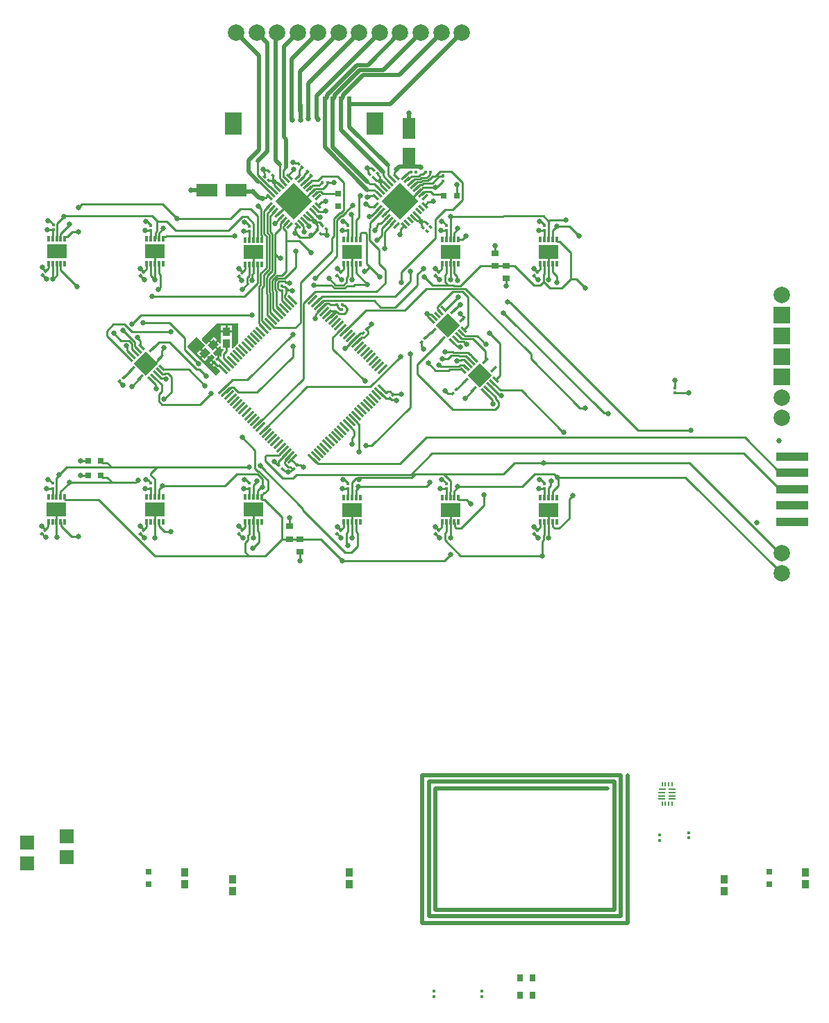
<source format=gtl>
G04*
G04 #@! TF.GenerationSoftware,Altium Limited,Altium Designer,25.8.1 (18)*
G04*
G04 Layer_Physical_Order=1*
G04 Layer_Color=255*
%FSLAX25Y25*%
%MOIN*%
G70*
G04*
G04 #@! TF.SameCoordinates,D7B17AD9-CECF-4355-90E1-2D70A65D62F1*
G04*
G04*
G04 #@! TF.FilePolarity,Positive*
G04*
G01*
G75*
%ADD15C,0.01000*%
%ADD17R,0.01300X0.01600*%
%ADD18R,0.03740X0.03959*%
G04:AMPARAMS|DCode=19|XSize=39.59mil|YSize=37.4mil|CornerRadius=0mil|HoleSize=0mil|Usage=FLASHONLY|Rotation=225.000|XOffset=0mil|YOffset=0mil|HoleType=Round|Shape=Rectangle|*
%AMROTATEDRECTD19*
4,1,4,0.00077,0.02722,0.02722,0.00077,-0.00077,-0.02722,-0.02722,-0.00077,0.00077,0.02722,0.0*
%
%ADD19ROTATEDRECTD19*%

G04:AMPARAMS|DCode=20|XSize=16mil|YSize=13mil|CornerRadius=0mil|HoleSize=0mil|Usage=FLASHONLY|Rotation=135.000|XOffset=0mil|YOffset=0mil|HoleType=Round|Shape=Rectangle|*
%AMROTATEDRECTD20*
4,1,4,0.01025,-0.00106,0.00106,-0.01025,-0.01025,0.00106,-0.00106,0.01025,0.01025,-0.00106,0.0*
%
%ADD20ROTATEDRECTD20*%

%ADD21R,0.01600X0.01300*%
G04:AMPARAMS|DCode=22|XSize=16mil|YSize=13mil|CornerRadius=0mil|HoleSize=0mil|Usage=FLASHONLY|Rotation=225.000|XOffset=0mil|YOffset=0mil|HoleType=Round|Shape=Rectangle|*
%AMROTATEDRECTD22*
4,1,4,0.00106,0.01025,0.01025,0.00106,-0.00106,-0.01025,-0.01025,-0.00106,0.00106,0.01025,0.0*
%
%ADD22ROTATEDRECTD22*%

G04:AMPARAMS|DCode=23|XSize=58.07mil|YSize=11.81mil|CornerRadius=0mil|HoleSize=0mil|Usage=FLASHONLY|Rotation=315.000|XOffset=0mil|YOffset=0mil|HoleType=Round|Shape=Rectangle|*
%AMROTATEDRECTD23*
4,1,4,-0.02471,0.01636,-0.01636,0.02471,0.02471,-0.01636,0.01636,-0.02471,-0.02471,0.01636,0.0*
%
%ADD23ROTATEDRECTD23*%

G04:AMPARAMS|DCode=24|XSize=58.07mil|YSize=11.81mil|CornerRadius=0mil|HoleSize=0mil|Usage=FLASHONLY|Rotation=225.000|XOffset=0mil|YOffset=0mil|HoleType=Round|Shape=Rectangle|*
%AMROTATEDRECTD24*
4,1,4,0.01636,0.02471,0.02471,0.01636,-0.01636,-0.02471,-0.02471,-0.01636,0.01636,0.02471,0.0*
%
%ADD24ROTATEDRECTD24*%

%ADD25R,0.08268X0.11024*%
%ADD26R,0.02362X0.07480*%
%ADD28R,0.03200X0.03000*%
%ADD29R,0.02975X0.03150*%
G04:AMPARAMS|DCode=30|XSize=33.47mil|YSize=11.81mil|CornerRadius=0mil|HoleSize=0mil|Usage=FLASHONLY|Rotation=45.000|XOffset=0mil|YOffset=0mil|HoleType=Round|Shape=Rectangle|*
%AMROTATEDRECTD30*
4,1,4,-0.00766,-0.01601,-0.01601,-0.00766,0.00766,0.01601,0.01601,0.00766,-0.00766,-0.01601,0.0*
%
%ADD30ROTATEDRECTD30*%

%ADD31R,0.03150X0.02975*%
%ADD32P,0.17817X4X180.0*%
G04:AMPARAMS|DCode=33|XSize=33.47mil|YSize=11.81mil|CornerRadius=0mil|HoleSize=0mil|Usage=FLASHONLY|Rotation=135.000|XOffset=0mil|YOffset=0mil|HoleType=Round|Shape=Rectangle|*
%AMROTATEDRECTD33*
4,1,4,0.01601,-0.00766,0.00766,-0.01601,-0.01601,0.00766,-0.00766,0.01601,0.01601,-0.00766,0.0*
%
%ADD33ROTATEDRECTD33*%

%ADD34R,0.06299X0.10236*%
%ADD35R,0.03819X0.04095*%
%ADD36R,0.10236X0.06299*%
%ADD37R,0.09764X0.06890*%
%ADD38R,0.01181X0.03150*%
%ADD39R,0.03347X0.00866*%
%ADD40R,0.03543X0.00866*%
%ADD41R,0.03150X0.03543*%
%ADD42R,0.01654X0.01811*%
%ADD43R,0.00866X0.02165*%
%ADD44R,0.15748X0.03937*%
%ADD67C,0.01968*%
G04:AMPARAMS|DCode=68|XSize=11.02mil|YSize=33.47mil|CornerRadius=0mil|HoleSize=0mil|Usage=FLASHONLY|Rotation=315.000|XOffset=0mil|YOffset=0mil|HoleType=Round|Shape=Rectangle|*
%AMROTATEDRECTD68*
4,1,4,-0.01573,-0.00793,0.00793,0.01573,0.01573,0.00793,-0.00793,-0.01573,-0.01573,-0.00793,0.0*
%
%ADD68ROTATEDRECTD68*%

G04:AMPARAMS|DCode=69|XSize=11.02mil|YSize=33.47mil|CornerRadius=0mil|HoleSize=0mil|Usage=FLASHONLY|Rotation=45.000|XOffset=0mil|YOffset=0mil|HoleType=Round|Shape=Rectangle|*
%AMROTATEDRECTD69*
4,1,4,0.00793,-0.01573,-0.01573,0.00793,-0.00793,0.01573,0.01573,-0.00793,0.00793,-0.01573,0.0*
%
%ADD69ROTATEDRECTD69*%

%ADD70P,0.11414X4X180.0*%
%ADD71C,0.01968*%
%ADD72C,0.07874*%
%ADD73R,0.07874X0.07874*%
%ADD74R,0.07087X0.07087*%
%ADD75C,0.02598*%
G36*
X321358Y313936D02*
Y312478D01*
X322648D01*
X322680Y312084D01*
X321874Y311278D01*
X321590Y310852D01*
X321490Y310350D01*
Y309021D01*
X321126Y308871D01*
X319888Y310109D01*
X319115Y309337D01*
X318722Y309350D01*
X317797Y310407D01*
X317782Y310422D01*
X317779Y310427D01*
X317777Y310429D01*
X317769Y310799D01*
X317805Y310897D01*
X319300Y312392D01*
X318679Y313012D01*
X319386Y313719D01*
X320007Y313099D01*
X320994Y314087D01*
X321358Y313936D01*
D02*
G37*
G36*
X329528Y317717D02*
Y315232D01*
X327067Y312772D01*
X326673Y312935D01*
Y318012D01*
X326673D01*
Y318209D01*
X326673D01*
Y320476D01*
X325796D01*
Y321476D01*
X326673D01*
Y323743D01*
X324516D01*
Y322865D01*
X323516D01*
Y323743D01*
X321358D01*
Y321476D01*
X322236D01*
Y320476D01*
X321358D01*
Y318209D01*
X321358D01*
Y318012D01*
X321358D01*
Y315468D01*
X320994Y315317D01*
X320084Y316228D01*
X319464Y315607D01*
X318757Y316314D01*
X319377Y316935D01*
X317851Y318460D01*
X316249Y316857D01*
X316869Y316237D01*
X316162Y315530D01*
X315542Y316150D01*
X314268Y314877D01*
X313875Y314890D01*
X312205Y316798D01*
Y317717D01*
X319291Y324803D01*
X329528D01*
Y317717D01*
D02*
G37*
G36*
X313495Y314104D02*
X312196Y312805D01*
X312817Y312185D01*
X312110Y311477D01*
X311489Y312098D01*
X309886Y310495D01*
X311412Y308969D01*
X312032Y309590D01*
X312739Y308883D01*
X312119Y308262D01*
X313645Y306737D01*
X315248Y308340D01*
X314627Y308960D01*
X315334Y309667D01*
X315955Y309047D01*
X316799Y309892D01*
X317193Y309878D01*
X318343Y308564D01*
X317351Y307573D01*
X317971Y306952D01*
X317264Y306245D01*
X316644Y306866D01*
X315875Y306097D01*
X316538Y305434D01*
X317158Y306054D01*
X317865Y305347D01*
X317245Y304727D01*
X317908Y304064D01*
X318448Y304604D01*
X318801Y304505D01*
X321299Y302007D01*
X319094Y299803D01*
X312537Y306361D01*
X312399Y306694D01*
X311812Y307281D01*
X311479Y307419D01*
X305250Y313648D01*
Y313911D01*
X309449Y318110D01*
X309990D01*
X313495Y314104D01*
D02*
G37*
D15*
X391435Y322144D02*
X393701Y324410D01*
X391329Y322038D02*
X391435Y322144D01*
X391329Y321826D02*
Y322038D01*
Y321826D02*
X391980Y321175D01*
Y319949D02*
Y321175D01*
X390094Y318063D02*
X391980Y319949D01*
X389141Y318063D02*
X390094D01*
X386475Y315397D02*
X389141Y318063D01*
X386347Y315397D02*
X386475D01*
X389561Y320270D02*
X389667Y320376D01*
X388436Y320270D02*
X389561D01*
X384956Y316789D02*
X388436Y320270D01*
X384928Y316789D02*
X384956D01*
X381130Y312992D02*
X384928Y316789D01*
X381102Y312992D02*
X381130D01*
X366558Y327188D02*
Y329015D01*
X369644Y332101D02*
Y332101D01*
X366535Y327165D02*
X366558Y327188D01*
Y329015D02*
X369644Y332101D01*
X348813Y256895D02*
X349010D01*
X347047Y258661D02*
X348813Y256895D01*
X346850Y258661D02*
X347047D01*
X342520Y259055D02*
Y261010D01*
X343106Y261596D01*
X349121D01*
X342520Y259055D02*
X350975Y250600D01*
X349121Y261596D02*
X349517Y261992D01*
X349517D01*
X351488Y263962D01*
X351616D01*
X539370Y294020D02*
Y297494D01*
Y291520D02*
X539404Y291554D01*
X546029D01*
X546063Y291589D01*
X470174Y307779D02*
X493657Y284295D01*
X496413D02*
X496457Y284252D01*
X493657Y284295D02*
X496413D01*
X470174Y307779D02*
Y310141D01*
X457087Y329921D02*
X505206Y281802D01*
X507174D02*
X507480Y281496D01*
X505206Y281802D02*
X507174D01*
X438685Y341630D02*
X470174Y310141D01*
X420129Y341630D02*
X438685D01*
X409782Y331283D02*
X420129Y341630D01*
X391098Y331283D02*
X409782D01*
X380780Y320965D02*
X391098Y331283D01*
X450394Y320079D02*
X455266Y315206D01*
Y299918D02*
Y315206D01*
X428877Y331094D02*
X435433Y337650D01*
X437437Y340237D02*
X440082Y337592D01*
X428805Y331094D02*
X428877D01*
X425314Y333051D02*
X432500Y340237D01*
X428174Y331724D02*
X428805Y331094D01*
X432500Y340237D02*
X437437D01*
X405118Y332677D02*
X415748Y343307D01*
X373784Y335859D02*
X394850D01*
X369899Y337795D02*
X404839D01*
X407874Y344488D02*
Y349431D01*
X395978Y340072D02*
X400282Y344376D01*
X398031Y332677D02*
X405118D01*
X394850Y335859D02*
X398031Y332677D01*
X404839Y337795D02*
X412205Y345161D01*
X407708Y344322D02*
X407874Y344488D01*
X366609Y340072D02*
X395978D01*
X303937Y312205D02*
X310630Y305512D01*
X291548Y315972D02*
X296511D01*
X309559Y302925D01*
X303937Y312205D02*
Y317831D01*
X310854Y302925D02*
X314173Y299606D01*
X309559Y302925D02*
X310854D01*
X296571Y325197D02*
X303937Y317831D01*
X317774Y314625D02*
Y314625D01*
Y314625D02*
X319888Y312511D01*
Y308077D02*
Y312511D01*
X319781Y307970D02*
X319888Y308077D01*
X325169Y305654D02*
Y305782D01*
X322803Y308148D02*
X325169Y305782D01*
X322803Y308148D02*
Y310350D01*
X324016Y311563D01*
Y315245D01*
X353238Y253849D02*
X353543Y253543D01*
X352269Y253849D02*
X353238D01*
X351096Y255022D02*
X352269Y253849D01*
X350884Y255022D02*
X351096D01*
X349010Y258573D02*
X353008Y262570D01*
X349010Y256895D02*
Y258573D01*
X369644Y332101D02*
X369772D01*
X372138Y334467D01*
X373205D01*
X373813Y333858D01*
X377097D01*
X377246D02*
X377396Y333708D01*
Y332788D02*
Y333708D01*
Y332788D02*
X378538Y331646D01*
X379309D01*
X379459Y331496D01*
X376192Y330952D02*
X376854Y330291D01*
X374063Y330952D02*
X376192D01*
X372428Y329317D02*
X374063Y330952D01*
X376854Y330291D02*
X377393D01*
X379596Y333858D02*
X379747Y333708D01*
X380517D01*
X381659Y332567D01*
Y331646D02*
Y332567D01*
Y331646D02*
X381809Y331496D01*
X381959D01*
X381659Y331346D02*
X381809Y331496D01*
X381659Y330425D02*
Y331346D01*
X380792Y329559D02*
X381659Y330425D01*
X378125Y329559D02*
X380792D01*
X377393Y330291D02*
X378125Y329559D01*
X376314Y330291D02*
X376854D01*
X373948Y327925D02*
X376314Y330291D01*
X373820Y327925D02*
X373948D01*
X379069Y345870D02*
X379165D01*
X377197Y347742D02*
X379069Y345870D01*
X374407Y343307D02*
X375824Y341890D01*
X376402Y343284D02*
X380237D01*
X370748Y335860D02*
X373782D01*
X377100Y347742D02*
X377197D01*
X368380Y333493D02*
X370748Y335860D01*
X373228Y346457D02*
X376402Y343284D01*
X373782Y335860D02*
X373784Y335859D01*
X377197Y351138D02*
X377219D01*
X380237Y343284D02*
X381752Y344799D01*
X380814Y341890D02*
X381838Y342913D01*
X377219Y351138D02*
X378847Y349510D01*
X375824Y341890D02*
X380814D01*
X352291Y342249D02*
X352291D01*
X353683Y340857D01*
X355206D01*
X355512Y340551D01*
X352291Y342249D02*
X352725Y341815D01*
X353008Y333493D02*
Y333621D01*
X350640Y335989D02*
X353008Y333621D01*
X350640Y335989D02*
Y340335D01*
X350787Y340482D01*
X352033Y337379D02*
Y338458D01*
X352725Y339149D01*
Y341815D01*
X350787Y340482D02*
Y340632D01*
X350637Y340782D02*
X350787Y340632D01*
X349717Y340782D02*
X350637D01*
X348819Y341680D02*
X349717Y340782D01*
X348819Y341680D02*
Y344484D01*
X349405Y345070D01*
X351971D01*
X352640Y344400D01*
X354025D01*
X354331Y344094D01*
X347425Y345065D02*
X348823Y346463D01*
X344638Y339948D02*
Y346220D01*
X346031Y345643D02*
X348246Y347857D01*
X343244Y339371D02*
Y346797D01*
X343676Y331471D02*
Y338939D01*
X343244Y339371D02*
X343676Y338939D01*
X345070Y332048D02*
Y339516D01*
X344638Y346220D02*
X347342Y348925D01*
X344638Y339948D02*
X345070Y339516D01*
X346464Y332626D02*
Y340093D01*
X346031Y340526D02*
Y345643D01*
X347425Y341103D02*
X347858Y340670D01*
Y333203D02*
Y340670D01*
X346031Y340526D02*
X346464Y340093D01*
X347425Y341103D02*
Y345065D01*
X338961Y347275D02*
X339063Y347173D01*
X341850Y342912D02*
Y348181D01*
X333890Y346741D02*
X335024Y347875D01*
X336950Y348969D02*
Y353175D01*
X329825Y347344D02*
Y347541D01*
X335024Y347875D02*
Y353217D01*
X332792Y337795D02*
X339063Y344066D01*
X343676Y347230D02*
Y348036D01*
X334322Y344165D02*
Y344165D01*
X336476Y348495D02*
X336950Y348969D01*
X350613Y347857D02*
X352756Y350000D01*
X339504Y342537D02*
X340457Y343489D01*
X333890Y344598D02*
Y346741D01*
X329825Y347344D02*
X331303Y345866D01*
X340457Y348758D02*
X343161Y351463D01*
X339063Y344066D02*
Y347173D01*
X348823Y346463D02*
X351975D01*
X347342Y348925D02*
Y358268D01*
X341850Y348181D02*
X344555Y350886D01*
X343244Y346797D02*
X343676Y347230D01*
X331303Y345669D02*
Y345866D01*
X336476Y345669D02*
Y348495D01*
X333890Y344598D02*
X334322Y344165D01*
X351975Y346463D02*
X357480Y351969D01*
X340457Y343489D02*
Y348758D01*
X348246Y347857D02*
X350613D01*
X340898Y341959D02*
X341850Y342912D01*
X338961Y347275D02*
Y353217D01*
X331496Y341339D02*
X334322Y344165D01*
X347858Y333203D02*
X350224Y330837D01*
X345949Y350308D02*
Y367936D01*
X343680Y329029D02*
X346048Y326661D01*
X343161Y351463D02*
Y366781D01*
X344555Y350886D02*
Y367359D01*
X343676Y331471D02*
X343678Y331469D01*
Y330657D02*
Y331469D01*
X343676Y348036D02*
X345949Y350308D01*
X343680Y329029D02*
Y330655D01*
X352756Y350000D02*
Y364567D01*
X343678Y330657D02*
X343680Y330655D01*
X350787Y342832D02*
Y342982D01*
Y342832D02*
X350937Y342682D01*
X351858D01*
X352291Y342249D01*
X352033Y337379D02*
X354400Y335013D01*
Y334885D02*
Y335013D01*
X405206Y288101D02*
X405512Y287795D01*
X403469Y288101D02*
X405206D01*
X402584Y288986D02*
X403469Y288101D01*
X402372Y288986D02*
X402584D01*
X402266Y288880D02*
X402372Y288986D01*
X407683Y290754D02*
X407874Y290945D01*
X404140Y290754D02*
X407683D01*
X404034Y290648D02*
X404140Y290754D01*
X402513Y292168D02*
X404034Y290648D01*
X401249Y292168D02*
X402513D01*
X400638Y291558D02*
X401249Y292168D01*
X400511Y291558D02*
X400638D01*
X398875Y293193D02*
X400511Y291558D01*
X402160Y288774D02*
X402266Y288880D01*
X400638Y288774D02*
X402160D01*
X397611Y291801D02*
X400638Y288774D01*
X397483Y291801D02*
X397611D01*
X355991Y255022D02*
X356203D01*
X354818Y253849D02*
X355991Y255022D01*
X353849Y253849D02*
X354818D01*
X353543Y253543D02*
X353849Y253849D01*
X360591Y255906D02*
X361024D01*
X359601Y256895D02*
X360591Y255906D01*
X358077Y256895D02*
X359601D01*
X357970Y256789D02*
X358077Y256895D01*
X355447Y259313D02*
X357970Y256789D01*
X355447Y259313D02*
Y259441D01*
X355791Y259787D01*
X354400Y261050D02*
Y261178D01*
X352033Y258684D02*
X354400Y261050D01*
X352033Y257618D02*
Y258684D01*
Y257618D02*
X353623Y256028D01*
X354772D01*
X355885Y254916D01*
X356097D01*
X356203Y255022D01*
X350975Y250600D02*
X355908D01*
X386236Y244859D02*
X387396Y246019D01*
X357670Y252362D02*
X412557D01*
X380259Y249470D02*
X380903D01*
X387445Y246457D02*
X420079D01*
X380903Y249470D02*
X382315Y248058D01*
X386988Y250582D02*
X387363Y250957D01*
X387795Y249776D02*
X387795D01*
X412557Y252362D02*
X422793Y262598D01*
X379953Y249776D02*
X380259Y249470D01*
X386988Y250582D02*
X387795Y249776D01*
X387396Y246019D02*
Y246413D01*
X384268Y248610D02*
X386240Y250582D01*
X355908Y250600D02*
X357670Y252362D01*
X387402Y246413D02*
X387445Y246457D01*
X387363Y250957D02*
X413123D01*
X386240Y250582D02*
X386988D01*
X319819Y308008D02*
X320031D01*
X323777Y304262D01*
X323777D01*
X318014Y306203D02*
X319711Y304505D01*
X320749D01*
X322385Y302870D01*
X357480Y351969D02*
Y359449D01*
X360943Y334407D02*
X366609Y340072D01*
X357027Y322775D02*
X359550Y325298D01*
X360943Y298345D02*
Y334407D01*
X359550Y325298D02*
Y344591D01*
X589649Y214567D02*
X590551D01*
X546342Y257874D02*
X589649Y214567D01*
X476378Y257874D02*
X546342D01*
X544488Y250787D02*
X590551Y204724D01*
X483071Y250787D02*
X544488D01*
X481465Y252394D02*
X483465Y250394D01*
X521654Y273622D02*
X546850D01*
X458936Y335158D02*
X459242Y334853D01*
X460423D02*
X521654Y273622D01*
X459242Y334853D02*
X460423D01*
X433384Y343024D02*
X436404D01*
X430456Y343284D02*
X433124D01*
X433480Y348803D02*
X434675Y347608D01*
Y345917D02*
Y347608D01*
Y345917D02*
X434981Y345611D01*
X436404Y343024D02*
X445842Y352462D01*
X433124Y343284D02*
X433384Y343024D01*
X433480Y348803D02*
Y353417D01*
X415748Y348425D02*
X418504Y351181D01*
X415748Y343307D02*
Y348425D01*
X412205Y345161D02*
Y350000D01*
X407874Y349431D02*
X424238Y365795D01*
Y370305D01*
X393149Y294488D02*
X407708Y309047D01*
X418898Y347244D02*
X418976D01*
X422936Y343284D01*
X368252Y333493D02*
X368380D01*
X366988Y334885D02*
X369899Y337795D01*
X366860Y334885D02*
X366988D01*
X413123Y250957D02*
X414560Y252394D01*
X428343D01*
X465524Y292744D02*
X485602Y272665D01*
X420079Y270079D02*
X572835D01*
X589764Y253150D01*
X407420Y257420D02*
X420079Y270079D01*
X485602Y272665D02*
X485827D01*
X367963Y257420D02*
X407420D01*
X589764Y245276D02*
X595669D01*
X572441Y262598D02*
X589764Y245276D01*
X422793Y262598D02*
X572441D01*
X589764Y253150D02*
X595669D01*
X455539Y292744D02*
X465524D01*
X483817Y226539D02*
X488583Y231305D01*
Y240551D01*
X490158Y242126D01*
X365596Y259787D02*
X367963Y257420D01*
X365468Y259787D02*
X365596D01*
X242787Y372960D02*
X246281Y376454D01*
X387795Y263386D02*
Y276306D01*
X384956Y279146D02*
X387795Y276306D01*
X384956Y279146D02*
Y279274D01*
X384276Y269728D02*
X385433Y270886D01*
Y273228D01*
X384276Y266953D02*
Y269728D01*
X382172Y276490D02*
X385433Y273228D01*
X384252Y266929D02*
X384276Y266953D01*
X390945Y266142D02*
X390988Y266185D01*
X393744D02*
X412205Y284646D01*
X390988Y266185D02*
X393744D01*
X276127Y314114D02*
X276433Y313808D01*
X425871Y304914D02*
X426304D01*
X431165Y302934D02*
X436997D01*
X424444Y302328D02*
X430559D01*
X426890Y304328D02*
X435629D01*
X436997Y302934D02*
X437790Y302141D01*
X427516Y307874D02*
X430421D01*
X420866Y305906D02*
X424444Y302328D01*
X428909Y311260D02*
X432584D01*
X426304Y304914D02*
X426890Y304328D01*
X430559Y302328D02*
X431165Y302934D01*
X412205Y284646D02*
Y310236D01*
X433046Y330923D02*
X433118D01*
X436054Y333858D01*
X436221D01*
X420472Y329528D02*
X420778Y329222D01*
Y328057D02*
Y329222D01*
Y328057D02*
X422606Y326229D01*
Y326157D02*
Y326229D01*
X420778Y329222D02*
X422253D01*
X423926Y327549D01*
X423998D01*
X436221Y329407D02*
Y329528D01*
Y329407D02*
X438015Y327612D01*
Y327540D02*
Y327612D01*
X437222Y326747D02*
X438015Y327540D01*
X426782Y330332D02*
Y330405D01*
X425314Y331873D02*
X426782Y330405D01*
X425314Y331873D02*
Y333051D01*
X440082Y323934D02*
Y337592D01*
X438024Y321875D02*
X440082Y323934D01*
X438024Y321875D02*
Y321875D01*
X435477Y316142D02*
X437830D01*
X438938Y315034D02*
X439370D01*
X434902Y313861D02*
X435989D01*
X432584Y311260D02*
X432949Y310895D01*
X436206D01*
X432456Y316307D02*
X434902Y313861D01*
X437830Y316142D02*
X438938Y315034D01*
X435989Y313861D02*
X436295Y313555D01*
X436857Y307480D02*
X438019D01*
X435629Y309501D02*
X435798Y309332D01*
X439944Y310726D02*
X440871Y309799D01*
X435798Y309332D02*
X438951D01*
X434863Y307220D02*
X436597D01*
X434557Y306914D02*
X434863Y307220D01*
X436375Y310726D02*
X439944D01*
X436206Y310895D02*
X436375Y310726D01*
X438951Y309332D02*
X441966Y306317D01*
X436597Y307220D02*
X436857Y307480D01*
X435629Y304328D02*
X436302Y305001D01*
X432048Y309501D02*
X435629D01*
X436302Y305001D02*
X437642D01*
X430421Y307874D02*
X432048Y309501D01*
X438019Y307480D02*
X440574Y304925D01*
X433920Y317699D02*
X435477Y316142D01*
X433848Y317699D02*
X433920D01*
X438284Y319015D02*
X444486D01*
X448679Y314821D01*
X442222Y317621D02*
X448230Y311612D01*
Y306907D02*
Y311612D01*
X436894Y317621D02*
X442222D01*
X436496Y318018D02*
X436894Y317621D01*
X435240Y319091D02*
X435312D01*
X436385Y318018D01*
X436496D01*
X436632Y320483D02*
X436704D01*
X437777Y319410D01*
X437888D01*
X438284Y319015D01*
X440871Y309799D02*
X441268D01*
X443358Y307709D02*
X443358D01*
X441268Y309799D02*
X443358Y307709D01*
X453208Y297859D02*
X455266Y299918D01*
X453208Y297859D02*
Y297859D01*
X415748Y305273D02*
X427584Y317109D01*
X415748Y300394D02*
Y305273D01*
Y300394D02*
X432508Y283634D01*
X453040D01*
X454555Y285149D01*
Y287292D01*
X453319Y288528D02*
X454555Y287292D01*
X453319Y288528D02*
Y289396D01*
X449032Y293683D02*
X453319Y289396D01*
X437642Y305001D02*
X439110Y303533D01*
X441966Y306317D02*
X441966D01*
X439110Y303533D02*
X439183D01*
X422615Y320491D02*
X423408Y321285D01*
X419388Y317813D02*
X422066Y320491D01*
X422615D01*
X417514Y313588D02*
X418504Y312598D01*
X417514Y315939D02*
X417620Y316045D01*
X417514Y313588D02*
Y315939D01*
X283858Y325197D02*
X296571D01*
X275082Y324410D02*
X278625Y320866D01*
X297244D01*
X281260Y317835D02*
X282499Y316597D01*
X276433Y311898D02*
X279116Y309215D01*
X282499Y314256D02*
Y316597D01*
X276433Y311898D02*
Y313808D01*
X277199Y316700D02*
X278714Y315185D01*
X274295Y321539D02*
X274331D01*
X293133Y311992D02*
X294094Y312953D01*
X274331Y321539D02*
X280107Y315762D01*
X293133Y309279D02*
Y311992D01*
X294094Y312953D02*
Y313386D01*
X281260Y317835D02*
Y318268D01*
X273457Y316700D02*
X277199D01*
X278714Y312474D02*
Y315185D01*
X280107Y313791D02*
Y315762D01*
X305914Y302748D02*
X313779Y294882D01*
X293935Y302748D02*
X305914D01*
X311193Y285996D02*
X316535Y291339D01*
X293023Y285996D02*
X311193D01*
X291339Y341339D02*
X292303Y342303D01*
X270079Y320079D02*
X273457Y316700D01*
X266535Y321260D02*
X269685Y324410D01*
X275082D01*
X266535Y319012D02*
Y321260D01*
Y319012D02*
X277725Y307823D01*
X278714Y312474D02*
X280508Y310679D01*
Y310607D02*
Y310679D01*
X282499Y314256D02*
X283292Y313463D01*
Y313391D02*
Y313463D01*
X280107Y313791D02*
X281900Y311999D01*
X288164Y312589D02*
X291548Y315972D01*
X293142Y303541D02*
X293935Y302748D01*
X375109Y312686D02*
X390551Y297244D01*
X375109Y312686D02*
Y318078D01*
X362654Y294488D02*
X393149D01*
X375109Y318078D02*
X379388Y322357D01*
X355906Y309055D02*
Y313779D01*
X338652Y291801D02*
X355906Y309055D01*
X327011Y297819D02*
X334039D01*
X355906Y319685D01*
X393307Y351575D02*
X397695Y347187D01*
X329704Y291801D02*
X338652D01*
X400282Y344376D02*
Y350673D01*
X397413Y353541D02*
X400282Y350673D01*
X385772Y343701D02*
X391732D01*
X386236Y349197D02*
X391732Y343701D01*
X386236Y349197D02*
Y353417D01*
X322385Y293193D02*
X327011Y297819D01*
X291508Y287511D02*
X293023Y285996D01*
X291508Y287511D02*
Y290755D01*
X292884Y292131D01*
Y295448D01*
X288966Y299365D02*
X292884Y295448D01*
X292672Y298443D02*
X294633D01*
X294468Y300681D02*
X294512Y300724D01*
X294633Y298443D02*
X294939Y298137D01*
X291750Y302149D02*
X291822D01*
X294512Y300724D02*
X296011D01*
X291822Y302149D02*
X293290Y300681D01*
X294468D01*
X297526Y292014D02*
Y299209D01*
X290358Y300757D02*
X292672Y298443D01*
X296011Y300724D02*
X297526Y299209D01*
X429134Y292520D02*
X430421Y291232D01*
X432571D01*
X432677Y291339D01*
X438592Y297261D02*
Y297269D01*
X434445Y293114D02*
X438592Y297261D01*
X434445Y293106D02*
Y293114D01*
X447640Y292291D02*
X451663Y288269D01*
Y286526D02*
Y288269D01*
Y286526D02*
X451968Y286221D01*
X447638Y237605D02*
Y242520D01*
X436573Y226539D02*
X447638Y237605D01*
X434325Y226539D02*
X436573D01*
X433571Y227293D02*
X434325Y226539D01*
X433571Y227293D02*
Y229311D01*
X433480Y229402D02*
X433571Y229311D01*
X451816Y296467D02*
X455539Y292744D01*
X481569Y226539D02*
X483817D01*
X480815Y227293D02*
X481569Y226539D01*
X480815Y227293D02*
Y229311D01*
X480724Y229402D02*
X480815Y229311D01*
X450424Y295075D02*
X455036Y290463D01*
X455600D01*
X455905Y290158D01*
X482677Y344488D02*
Y347439D01*
X480724Y349392D02*
X482677Y347439D01*
X480724Y349392D02*
Y353417D01*
X442734Y293093D02*
X442768D01*
X438617Y288976D02*
X442734Y293093D01*
X438583Y288976D02*
X438617D01*
X289717Y345870D02*
Y345955D01*
X287779Y347892D02*
X289717Y345955D01*
X287779Y347892D02*
Y353610D01*
X240531Y346409D02*
X240721Y346220D01*
X240531Y346409D02*
Y353610D01*
X249913Y368898D02*
X253150D01*
X247512Y366496D02*
X249913Y368898D01*
X246528Y366496D02*
X247512D01*
X246437Y366406D02*
X246528Y366496D01*
X246437Y365421D02*
Y366406D01*
X331496Y270079D02*
X337626Y263949D01*
Y255379D02*
Y263949D01*
Y255379D02*
X339024Y253980D01*
X339444D01*
X343925Y249499D01*
Y244992D02*
Y249499D01*
X342410Y243476D02*
X343925Y244992D01*
X342016Y243476D02*
X342410D01*
X340929Y242390D02*
X342016Y243476D01*
X340929Y241406D02*
Y242390D01*
X340213Y256450D02*
X360810Y235852D01*
Y235253D02*
X381102Y214961D01*
X360810Y235253D02*
Y235852D01*
X336992Y241406D02*
Y247189D01*
X338583Y248780D02*
Y249213D01*
X336992Y247189D02*
X338583Y248780D01*
X290496Y255906D02*
X335039D01*
X328965Y252587D02*
X338867D01*
X341169Y250284D01*
X435449Y240228D02*
Y241213D01*
Y240228D02*
X435539Y240138D01*
X439329D01*
X441278Y238189D01*
X441339D01*
X428740Y211024D02*
X431496Y213779D01*
X379528Y211024D02*
X428740D01*
X246417Y240445D02*
Y241429D01*
Y240445D02*
X246508Y240354D01*
X262681D01*
X289649Y213386D01*
X334646D01*
X340929Y240421D02*
Y241406D01*
Y240421D02*
X341020Y240331D01*
X342309D01*
X350651Y231988D01*
Y221359D02*
Y231988D01*
X334646Y213386D02*
X342677D01*
X332846Y215185D02*
Y219401D01*
Y215185D02*
X334646Y213386D01*
X342677D02*
X350651Y221359D01*
X339595Y219910D02*
Y224431D01*
X336614Y216929D02*
X339595Y219910D01*
X335024Y223721D02*
Y229594D01*
X334421Y223119D02*
X335024Y223721D01*
X334421Y220976D02*
Y223119D01*
X332846Y219401D02*
X334421Y220976D01*
X350651Y221359D02*
X354331D01*
X381724Y218669D02*
X382283Y218110D01*
X381724Y218669D02*
Y224281D01*
X382299Y224856D01*
Y229402D01*
X379069Y221854D02*
X379138D01*
X383858Y214961D02*
X386898Y218000D01*
X381102Y214961D02*
X383858D01*
X386898Y218000D02*
Y224283D01*
X369391Y221160D02*
X379528Y211024D01*
X359449Y221160D02*
X369391D01*
X354331Y227460D02*
Y231496D01*
X359449Y211024D02*
Y215060D01*
X359250Y221359D02*
X359449Y221160D01*
X354331Y221359D02*
X359250D01*
X429543Y224901D02*
Y229402D01*
X428941Y224299D02*
X429543Y224901D01*
X428941Y220783D02*
Y224299D01*
Y220783D02*
X436338Y213386D01*
X475591D01*
X426313Y221854D02*
X426354D01*
X476787Y223528D02*
Y229402D01*
X476185Y222926D02*
X476787Y223528D01*
X476185Y220783D02*
Y222926D01*
X475591Y220188D02*
X476185Y220783D01*
X475591Y213386D02*
Y220188D01*
X473557Y221854D02*
X473598D01*
X492126Y346063D02*
X496457Y341732D01*
X489370Y346063D02*
X492126D01*
X453150Y358562D02*
Y362205D01*
X458268Y342913D02*
Y346556D01*
X366562Y346667D02*
X376972Y357078D01*
X293685Y365421D02*
Y366406D01*
X293776Y366496D01*
X294760D01*
X295193Y366929D01*
X327953D01*
X366084Y343250D02*
X366142Y343307D01*
X376972Y357078D02*
Y374501D01*
X366142Y343307D02*
X374407D01*
X390158Y350000D02*
X390590D01*
X392165Y351575D01*
X393307D01*
X422936Y343284D02*
X430456D01*
X391321Y353561D02*
Y367918D01*
X388205D02*
X388790Y368504D01*
X390735D02*
X391321Y367918D01*
X388790Y368504D02*
X390735D01*
X388205Y365228D02*
Y367918D01*
X391321Y353561D02*
X393307Y351575D01*
X479251Y341732D02*
X485039D01*
X489370Y346063D02*
Y358856D01*
X485039Y341732D02*
X489370Y346063D01*
X476185Y344799D02*
X479251Y341732D01*
X484073Y364154D02*
X489370Y358856D01*
X482693Y364244D02*
Y365228D01*
Y364244D02*
X482784Y364154D01*
X484073D01*
X476185Y344799D02*
Y344889D01*
X476787Y348962D02*
Y353417D01*
X476185Y348360D02*
X476787Y348962D01*
X476185Y344889D02*
Y348360D01*
X474670Y343374D02*
X476185Y344889D01*
X471660Y343374D02*
X474670D01*
X462378Y352656D02*
X471660Y343374D01*
X458268Y352656D02*
X462378D01*
X471703Y347742D02*
X473484Y345961D01*
X471589Y347742D02*
X471703D01*
X473484Y345961D02*
X473598D01*
X458073Y352462D02*
X458268Y352656D01*
X453150Y352462D02*
X458073D01*
X445842D02*
X453150D01*
X428941Y344799D02*
X430456Y343284D01*
X428941Y344799D02*
Y348269D01*
X429543Y348872D01*
Y353417D01*
X426313Y345870D02*
X426354D01*
X336950Y353175D02*
X336992Y353217D01*
X294094Y288583D02*
X297526Y292014D01*
X291717Y229594D02*
X291807Y229504D01*
Y227486D02*
Y229504D01*
Y227486D02*
X294445Y224849D01*
X297199D01*
X297244Y224803D01*
X278740Y324410D02*
X283071Y328740D01*
X336221D01*
X381752Y344799D02*
Y346941D01*
X382299Y347489D01*
Y353417D01*
X384276Y345933D02*
X384339Y345870D01*
X381838Y342913D02*
X384985D01*
X384276Y345933D02*
Y353410D01*
X347150Y322775D02*
X357027D01*
X359550Y344591D02*
X374610Y359652D01*
X384985Y342913D02*
X385772Y343701D01*
X341872Y273706D02*
X362654Y294488D01*
X326271Y294167D02*
X327338D01*
X323905Y291801D02*
X326271Y294167D01*
X327338D02*
X328927Y292578D01*
Y292578D02*
Y292578D01*
X323777Y291801D02*
X323905D01*
X328927Y292578D02*
X329704Y291801D01*
X292340Y308485D02*
X293133Y309279D01*
X292340Y308413D02*
Y308485D01*
X289609Y305682D02*
X292340Y308413D01*
X285433Y305682D02*
X289609D01*
X386236Y224945D02*
X386898Y224283D01*
X386236Y224945D02*
Y229402D01*
X384289Y221903D02*
Y229380D01*
Y221903D02*
X384311Y221882D01*
X384268Y229402D02*
X384289Y229380D01*
X289991Y293752D02*
Y295556D01*
X331793Y222047D02*
X331835D01*
X287574Y297973D02*
X289991Y295556D01*
Y293752D02*
X290297Y293447D01*
X338961Y225065D02*
X339595Y224431D01*
X338961Y225065D02*
Y229594D01*
X249608Y222441D02*
X253150D01*
X244539Y227510D02*
X249608Y222441D01*
X244539Y227510D02*
Y229528D01*
X244449Y229618D02*
X244539Y229528D01*
X288189Y337795D02*
X332792D01*
X340898Y326243D02*
Y341959D01*
X339504Y324853D02*
Y342537D01*
X336992Y353217D02*
Y359122D01*
X292303Y342303D02*
Y348374D01*
X291717Y348960D02*
X292303Y348374D01*
X291717Y348960D02*
Y353610D01*
X282702Y298703D02*
Y298775D01*
X278740Y294741D02*
X282702Y298703D01*
X278740Y294488D02*
Y294741D01*
X244468Y350413D02*
X252362Y342520D01*
X244468Y350413D02*
Y353610D01*
X240850Y369623D02*
Y369773D01*
X240531Y369305D02*
X240850Y369623D01*
X240531Y365421D02*
Y369305D01*
X242500Y365421D02*
Y368153D01*
X238563Y353610D02*
X238653Y353520D01*
Y351566D02*
Y353520D01*
Y351566D02*
X238775Y351444D01*
X274410Y295276D02*
Y295376D01*
X272738Y297047D02*
X274410Y295376D01*
X272738Y297047D02*
Y297148D01*
X278526Y302943D02*
Y302951D01*
X274506Y298923D02*
X278526Y302943D01*
X274506Y298915D02*
Y298923D01*
X266795Y257980D02*
X268870Y255906D01*
X264680Y257980D02*
X266795D01*
X263692Y258968D02*
X264680Y257980D01*
X263692Y258968D02*
Y259055D01*
X268870Y255906D02*
X290496D01*
X266823Y250894D02*
X269291Y248425D01*
X264680Y250894D02*
X266823D01*
X263692Y251881D02*
X264680Y250894D01*
X263692Y251881D02*
Y251969D01*
X269291Y248425D02*
X280315D01*
X253937Y251969D02*
X257568D01*
X253937Y259055D02*
X257568D01*
X479165Y374410D02*
X487008D01*
X478756Y374000D02*
X479165Y374410D01*
X488583Y371654D02*
X493307Y366929D01*
X482677Y371654D02*
X488583D01*
X456907Y252394D02*
X462388Y257874D01*
X476378D01*
X325082Y369685D02*
X331606Y376209D01*
X299598Y369685D02*
X325082D01*
X295480Y373803D02*
X299598Y369685D01*
X289748Y365421D02*
X289839Y365512D01*
X290529Y369100D02*
Y374011D01*
X289839Y365512D02*
Y368410D01*
X290529Y369100D01*
X288227Y376454D02*
X290600Y374081D01*
Y374081D02*
Y374081D01*
X290978Y373803D02*
X295480D01*
X246281Y376454D02*
X288227D01*
X290600Y374081D02*
X290878Y373803D01*
X293307Y382283D02*
X300394Y375197D01*
X254724Y382283D02*
X293307D01*
X253150Y380709D02*
X254724Y382283D01*
X287591Y252172D02*
Y253001D01*
X290496Y255906D01*
X247244D02*
X268870D01*
X287591Y252172D02*
X289748Y250016D01*
X243701Y252362D02*
X247244Y255906D01*
X293307Y246850D02*
X323228D01*
X328965Y252587D01*
X472079Y252394D02*
X481465D01*
X466142Y246457D02*
X472079Y252394D01*
X435039Y246457D02*
X466142D01*
X428343Y252394D02*
X456907D01*
X428343D02*
X431496Y249241D01*
X483465Y246850D02*
Y250394D01*
X480724Y244110D02*
X483465Y246850D01*
X480724Y241213D02*
Y244110D01*
X478756Y245913D02*
X479615Y246773D01*
Y248907D02*
X479921Y249213D01*
X478756Y241213D02*
Y245913D01*
X479615Y246773D02*
Y248907D01*
X431421Y242761D02*
X431421Y242761D01*
Y241303D02*
Y242761D01*
Y241303D02*
X431512Y241213D01*
X431496Y244074D02*
Y249241D01*
X431421Y243999D02*
X431496Y244074D01*
X431421Y242761D02*
Y243999D01*
X427503Y249501D02*
X428115D01*
X427197Y249807D02*
X427503Y249501D01*
X428115D02*
X429559Y248058D01*
X435039Y246024D02*
Y246457D01*
X433480Y241213D02*
Y244465D01*
X435039Y246024D01*
X426803Y245476D02*
X426838Y245442D01*
X429525D01*
X429559Y247907D02*
Y248058D01*
X420079Y246457D02*
X422047Y248425D01*
X386236Y241213D02*
Y244859D01*
X341169Y246232D02*
Y250284D01*
X338961Y241406D02*
Y244480D01*
X340237Y245757D01*
X341169Y246232D02*
X341339Y246063D01*
X340237Y245757D02*
X341033D01*
X341339Y246063D01*
X291717Y241406D02*
Y245260D01*
X293204Y246747D01*
X289748Y241406D02*
Y250016D01*
X285163Y249730D02*
X285469Y249424D01*
X286621D01*
X287795Y248250D01*
X280315Y248425D02*
X281496Y249606D01*
X248819Y248425D02*
X269291D01*
X242480Y241429D02*
Y250709D01*
X243701Y251930D01*
Y252362D01*
X242508Y347850D02*
Y353602D01*
X240721Y346063D02*
X242508Y347850D01*
X242787Y368440D02*
Y371106D01*
X242500Y368153D02*
X242787Y368440D01*
X242787Y371106D02*
Y372960D01*
Y371106D02*
X242787Y371106D01*
X244468Y365421D02*
Y367949D01*
X248724Y372204D01*
X291669Y365228D02*
X291807Y365366D01*
X293701Y370301D02*
Y370472D01*
X291807Y365366D02*
Y368408D01*
X293701Y370301D01*
X300394Y375197D02*
X325984D01*
X480724Y365228D02*
Y369648D01*
X482677Y371600D01*
Y371654D01*
X478756Y365228D02*
Y374000D01*
X476346Y376410D02*
X478756Y374000D01*
X457097Y376410D02*
X476346D01*
X474441Y373823D02*
X474747Y373517D01*
X475359D01*
X476803Y372073D01*
X457066Y376378D02*
X457097Y376410D01*
X431496Y376378D02*
X457066D01*
X391732Y385433D02*
X392165D01*
X392911Y386179D01*
X395022D01*
X390911Y382148D02*
X391344D01*
X392742Y380750D02*
X395022D01*
X391344Y382148D02*
X392742Y380750D01*
X431496Y376378D02*
X431504Y376370D01*
X428147Y373485D02*
X429559Y372073D01*
X431504Y365236D02*
Y376370D01*
X427197Y373791D02*
X427503Y373485D01*
X431504Y365236D02*
X431512Y365228D01*
X427503Y373485D02*
X428147D01*
X387795Y385827D02*
X388189Y386221D01*
X387795Y375984D02*
Y385827D01*
X386236Y374425D02*
X387795Y375984D01*
X386236Y365228D02*
Y374425D01*
X393740Y376684D02*
X397180Y380124D01*
X392826Y376684D02*
X393740D01*
X392520Y376378D02*
X392826Y376684D01*
X392957Y373117D02*
X398572Y378732D01*
X392957Y370792D02*
Y373117D01*
X437276Y365228D02*
X438976Y366929D01*
X435449Y365228D02*
X437276D01*
X433480Y368481D02*
X435039Y370040D01*
Y370472D01*
X433480Y365228D02*
Y368481D01*
X392715Y364766D02*
X397413Y360067D01*
Y353541D02*
Y360067D01*
X392715Y364766D02*
Y370550D01*
X396335Y372161D02*
X396920Y372747D01*
X396335Y371166D02*
Y372161D01*
X398606Y370415D02*
X402748Y374556D01*
X395301Y370132D02*
X396335Y371166D01*
X396920Y372747D02*
X398154D01*
X392715Y370550D02*
X392957Y370792D01*
X396457Y364961D02*
X398606Y367110D01*
X395301Y369700D02*
Y370132D01*
X398606Y367110D02*
Y370415D01*
X384094Y377369D02*
X384268Y377196D01*
X379633Y376410D02*
X381815Y378592D01*
X380421Y379169D02*
Y392413D01*
X378881Y376410D02*
X379633D01*
X384268Y365228D02*
Y377196D01*
X379055Y377803D02*
X380421Y379169D01*
X381815Y378748D02*
X384583Y381516D01*
X381815Y378592D02*
Y378748D01*
X378304Y377803D02*
X379055D01*
X339370Y381102D02*
X340714Y379758D01*
Y367257D02*
Y379758D01*
Y367257D02*
X340839Y367133D01*
Y365118D02*
Y367133D01*
Y365118D02*
X340929Y365028D01*
X325984Y375197D02*
X330709Y379921D01*
X335728D01*
X338961Y376688D01*
Y365028D02*
Y376688D01*
X331606Y376209D02*
X333824D01*
X336977Y373056D01*
X336902Y367814D02*
X336977Y367889D01*
X336902Y365118D02*
X336992Y365028D01*
X336977Y367889D02*
Y373056D01*
X336902Y365118D02*
Y367814D01*
X398154Y372747D02*
X401356Y375948D01*
X395022Y380750D02*
X395788Y381516D01*
X347482Y372934D02*
Y373127D01*
X344895Y376237D02*
X347391Y378732D01*
X344895Y368989D02*
X345949Y367936D01*
X342108Y379017D02*
X344607Y381516D01*
X343502Y368412D02*
X344555Y367359D01*
X347482Y373127D02*
X350175Y375820D01*
X343502Y377627D02*
X345999Y380124D01*
X342108Y367835D02*
Y379017D01*
X343502Y368412D02*
Y377627D01*
X344895Y368989D02*
Y376237D01*
X342108Y367835D02*
X343161Y366781D01*
X351462Y370473D02*
Y371540D01*
Y370473D02*
X352756Y369180D01*
X351462Y371540D02*
X352959Y373036D01*
X400000Y369024D02*
X404140Y373164D01*
X400000Y361024D02*
Y369024D01*
X359055Y364567D02*
X364567Y359055D01*
X352756Y364567D02*
X359055D01*
X378868Y349610D02*
Y349722D01*
X378847Y349510D02*
X378868D01*
X364359Y367154D02*
X364567D01*
X362424Y375948D02*
X362552D01*
X364094Y374406D01*
X363516Y366311D02*
X364359Y367154D01*
X364094Y374406D02*
X365462D01*
X352756Y364567D02*
Y369180D01*
X349311Y356299D02*
X350000D01*
X347342Y358268D02*
X349311Y356299D01*
X347342Y358268D02*
Y367815D01*
X359246Y366311D02*
X363516D01*
X357447Y368110D02*
X359246Y366311D01*
X357087Y368110D02*
X357447D01*
X350175Y375820D02*
Y375948D01*
X350069Y372930D02*
X351567Y374428D01*
X350069Y370541D02*
Y372930D01*
X347342Y367815D02*
X350069Y370541D01*
X351567Y374428D02*
Y374556D01*
X352959Y373036D02*
Y373164D01*
X350224Y330709D02*
Y330837D01*
X345070Y332048D02*
X345072Y332047D01*
X346464Y332626D02*
X346466Y332624D01*
Y331811D02*
Y332624D01*
X345072Y331234D02*
Y332047D01*
X346466Y331811D02*
X348832Y329445D01*
Y329317D02*
Y329445D01*
X345072Y331234D02*
X345074Y331232D01*
Y330419D02*
Y331232D01*
Y330419D02*
X347440Y328053D01*
Y327925D02*
Y328053D01*
X374610Y359652D02*
Y365834D01*
X376972Y374501D02*
X378881Y376410D01*
X374610Y365834D02*
X375579Y366803D01*
Y375078D01*
X378304Y377803D01*
X379593Y369458D02*
X382280D01*
X379559Y369492D02*
X379593Y369458D01*
X371424Y367908D02*
X372008Y367323D01*
X369494Y367908D02*
X371424D01*
X371953Y368244D02*
X372441Y367755D01*
X371953Y368244D02*
Y370173D01*
X372008Y367323D02*
X372441D01*
Y367755D01*
X369388Y368014D02*
X369494Y367908D01*
X371847Y370280D02*
X371953Y370173D01*
X380259Y373517D02*
X380871D01*
X379953Y373823D02*
X380259Y373517D01*
X380871D02*
X382315Y372073D01*
X341872Y322357D02*
Y322485D01*
X339504Y324853D02*
X341872Y322485D01*
X340898Y326243D02*
X343264Y323877D01*
Y323749D02*
Y323877D01*
X424238Y370305D02*
X424456Y370524D01*
Y374741D01*
X429142Y379426D01*
X432647D01*
X437333Y384112D01*
Y392616D01*
X432123Y397826D02*
X437333Y392616D01*
X426563Y397826D02*
X432123D01*
X424409Y395672D02*
X426563Y397826D01*
X422892Y395672D02*
X424409D01*
X426849Y369458D02*
X429525D01*
X426824Y369483D02*
X426849Y369458D01*
X339088Y276490D02*
X360943Y298345D01*
X434558Y391645D02*
X434646Y391732D01*
X344656Y325141D02*
X344784D01*
X347150Y322775D01*
X377165Y395669D02*
X380421Y392413D01*
X346048Y326533D02*
Y326661D01*
X427953Y395588D02*
Y395738D01*
X427803Y395438D02*
X427953Y395588D01*
X426147Y395438D02*
X427803D01*
X422828Y392120D02*
X426147Y395438D01*
X434558Y386221D02*
Y391645D01*
X427646Y387008D02*
X428434Y386221D01*
X423228Y387008D02*
X427646D01*
X418477Y390158D02*
X424399D01*
X418695Y392120D02*
X422828D01*
X424399Y390158D02*
X424451Y390106D01*
X424715Y390463D02*
X425328D01*
X424409Y390158D02*
X424715Y390463D01*
X425328D02*
X427803Y392938D01*
Y393088D01*
X416389Y388197D02*
X416517D01*
X418477Y390158D01*
X427803Y393088D02*
X427953Y393238D01*
X421935Y388301D02*
X423228Y387008D01*
X419405Y388301D02*
X421935D01*
X417909Y386805D02*
X419405Y388301D01*
X417781Y386805D02*
X417909D01*
X420105Y394913D02*
X420892Y395700D01*
X417547Y394913D02*
X420105D01*
X415665Y392913D02*
X417517D01*
X416363Y395700D02*
X417312Y396649D01*
X416940Y394307D02*
X417547Y394913D01*
X414275Y394307D02*
X416940D01*
X417517Y392913D02*
X418124Y393520D01*
X420683D01*
X421470Y394307D01*
X412885Y395700D02*
X416363D01*
X417055Y391519D02*
X418095D01*
X415125Y389589D02*
X417055Y391519D01*
X418095D02*
X418695Y392120D01*
X413733Y390981D02*
X415665Y392913D01*
X412341Y392373D02*
X414275Y394307D01*
X421470D02*
X421527D01*
X420892Y395700D02*
X420949D01*
X421816Y396567D02*
Y397488D01*
X421527Y394307D02*
X422892Y395672D01*
X420949Y395700D02*
X421816Y396567D01*
X421966Y397638D02*
X422116D01*
X421816Y397488D02*
X421966Y397638D01*
X419466D02*
X419616D01*
X418478Y396649D02*
X419466Y397638D01*
X417312Y396649D02*
X418478D01*
X407480Y383465D02*
X411656D01*
X416389Y388197D01*
X406088Y383465D02*
X407480D01*
X399964Y377340D02*
X406088Y383465D01*
X356299D02*
X360475D01*
X365208Y388197D01*
X354907Y383465D02*
X356299D01*
X348783Y377340D02*
X354907Y383465D01*
X414997Y389589D02*
X415125D01*
X413605Y390981D02*
X413733D01*
X412213Y392373D02*
X412341D01*
X410949Y393765D02*
X412885Y395700D01*
X410821Y393765D02*
X410949D01*
X412380Y397488D02*
X412530Y397638D01*
X411760Y397488D02*
X412380D01*
X409429Y395157D02*
X411760Y397488D01*
X419173Y381516D02*
X419173D01*
X420816Y383159D01*
X422923D01*
X423228Y383465D01*
X409429Y371772D02*
Y371772D01*
X407786Y370129D02*
X409429Y371772D01*
X407786Y368022D02*
Y370129D01*
X407480Y367717D02*
X407786Y368022D01*
X413605Y375948D02*
X413605D01*
X415494Y374059D01*
X417279D01*
X417323Y374016D01*
X414997Y377340D02*
Y377340D01*
Y377340D02*
X417017Y375320D01*
Y374322D02*
Y375320D01*
Y374322D02*
X417323Y374016D01*
X417385Y373954D01*
X419141D01*
X420164Y372931D01*
X420376D01*
X417323Y374016D02*
X417629Y373710D01*
Y371954D02*
Y373710D01*
Y371954D02*
X418407Y371175D01*
Y370963D02*
Y371175D01*
X395022Y386179D02*
X395788Y385413D01*
X404766Y395922D02*
X405532Y395157D01*
X404766Y395922D02*
Y397641D01*
X405512Y398386D01*
Y398819D01*
X394573Y398522D02*
X394785D01*
X393551Y399544D02*
X394573Y398522D01*
X391794Y399544D02*
X393551D01*
X391732Y399606D02*
X391794Y399544D01*
X392817Y396553D02*
Y396765D01*
X392038Y397544D02*
X392817Y396765D01*
X392038Y397544D02*
Y399301D01*
X391732Y399606D02*
X392038Y399301D01*
X401356Y390981D02*
X401356D01*
X399336Y393001D02*
X401356Y390981D01*
X398337Y393001D02*
X399336D01*
X398031Y393307D02*
X398337Y393001D01*
X399964Y389589D02*
Y389589D01*
X398075Y391478D02*
X399964Y389589D01*
X398075Y391478D02*
Y393264D01*
X398031Y393307D02*
X398075Y393264D01*
X395969Y393613D02*
X397726D01*
X394797Y394785D02*
X395969Y393613D01*
X394585Y394785D02*
X394797D01*
X397726Y393613D02*
Y395369D01*
X396553Y396542D02*
X397726Y395369D01*
X396553Y396542D02*
Y396754D01*
X392913Y391732D02*
X395037D01*
X391732Y392913D02*
X392913Y391732D01*
X401575Y396330D02*
Y400787D01*
Y396330D02*
X404140Y393765D01*
X399213Y395908D02*
Y397638D01*
Y395908D02*
X402748Y392373D01*
X395037Y391732D02*
X398572Y388197D01*
X391732Y388976D02*
X395009D01*
X397180Y386805D01*
X397180D01*
X358459Y401777D02*
X358565Y401671D01*
X356923Y401777D02*
X358459D01*
X356338Y402362D02*
X356923Y401777D01*
X355906Y402362D02*
X356338D01*
X372510Y392520D02*
X375590D01*
X365443Y391089D02*
X368429D01*
X369710Y392370D01*
X369860D02*
X370010Y392520D01*
X363944Y389589D02*
X365443Y391089D01*
X369710Y392370D02*
X369860D01*
X363816Y389589D02*
X363944D01*
X370278Y387314D02*
X377559D01*
X366600Y386805D02*
X366728D01*
X368224Y388301D01*
X369290D02*
X370278Y387314D01*
X368224Y388301D02*
X369290D01*
X372360Y392520D02*
X372510D01*
X372210Y392370D02*
X372360Y392520D01*
X372210Y391449D02*
Y392370D01*
X370456Y389695D02*
X372210Y391449D01*
X366834Y389695D02*
X370456D01*
X365336Y388197D02*
X366834Y389695D01*
X365208Y388197D02*
X365336D01*
X369889Y395669D02*
X377165D01*
X367873Y393654D02*
X369889Y395669D01*
X365096Y393654D02*
X367873D01*
X362424Y390981D02*
X365096Y393654D01*
X364644Y395967D02*
X364663D01*
X361051Y392373D02*
X364644Y395967D01*
X361032Y392373D02*
X361051D01*
X361375Y396214D02*
X362896Y397734D01*
X361375Y395628D02*
Y396214D01*
X359640Y393893D02*
X361375Y395628D01*
X359640Y393765D02*
Y393893D01*
X359746Y399298D02*
Y399510D01*
X359014Y398565D02*
X359746Y399298D01*
X359014Y395922D02*
Y398565D01*
X358248Y395157D02*
X359014Y395922D01*
X367514Y369776D02*
Y372221D01*
X364667Y366929D02*
X367514Y369776D01*
X364567Y366929D02*
X364667D01*
X358248Y371772D02*
Y371772D01*
X357087Y370611D02*
X358248Y371772D01*
X357087Y368110D02*
Y370611D01*
X367991Y381516D02*
X367991D01*
X369628Y383153D01*
X371342D01*
X371648Y383458D01*
X341339Y385039D02*
X341644Y385345D01*
X342880D01*
X343713Y386179D01*
X343841D01*
X344607Y385413D01*
X356299Y398765D02*
Y398819D01*
X353585Y396051D02*
X356299Y398765D01*
X353585Y395922D02*
Y396051D01*
Y395922D02*
X354350Y395157D01*
X366634Y373967D02*
X367146Y373454D01*
X366158Y373577D02*
Y373709D01*
Y373577D02*
X367514Y372221D01*
X367146Y373454D02*
X368671D01*
X369867Y372259D02*
X369867D01*
X363757Y371634D02*
Y371754D01*
X369867Y372259D02*
X370079Y372047D01*
X361032Y374479D02*
X363757Y371754D01*
X365984Y374184D02*
X366308Y373860D01*
X368671Y373454D02*
X369867Y372259D01*
X365678Y374622D02*
X365984Y374316D01*
X365678Y374622D02*
Y375349D01*
X363816Y377212D02*
X365678Y375349D01*
X363816Y377212D02*
Y377340D01*
X350047Y390981D02*
X350175D01*
X348420Y392607D02*
X350047Y390981D01*
X347156Y392607D02*
X348420D01*
X346850Y392913D02*
X347156Y392607D01*
X348783Y389589D02*
Y389717D01*
X347156Y391344D02*
X348783Y389717D01*
X347156Y391344D02*
Y392607D01*
X346418Y392913D02*
X346850D01*
X345833Y393498D02*
X346418Y392913D01*
X344297Y393498D02*
X345833D01*
X344191Y393604D02*
X344297Y393498D01*
X346850Y392913D02*
Y393346D01*
X346266Y393931D02*
X346850Y393346D01*
X346266Y393931D02*
Y395860D01*
X346160Y395967D02*
X346266Y395860D01*
X341732Y398819D02*
X342038Y398513D01*
X343401D01*
X344180Y397734D01*
X344392D01*
X341732Y398819D02*
X341866Y398685D01*
Y397219D02*
Y398685D01*
Y397219D02*
X342317Y396768D01*
Y395478D02*
Y396768D01*
Y395478D02*
X342423Y395372D01*
X368224Y378628D02*
X371541D01*
X371654Y378740D01*
X366728Y380124D02*
X368224Y378628D01*
X366600Y380124D02*
X366728D01*
X365208Y378732D02*
X367593Y376347D01*
X368592D02*
X368898Y376041D01*
X367593Y376347D02*
X368592D01*
X361032Y374479D02*
Y374556D01*
X361136Y369179D02*
X361417Y368898D01*
X361136Y369179D02*
Y371540D01*
X359640Y373036D02*
X361136Y371540D01*
X359640Y373036D02*
Y373164D01*
X349653Y394414D02*
Y401134D01*
X351462Y395389D02*
Y398706D01*
X352756Y400000D01*
X338976Y396079D02*
Y402756D01*
Y396079D02*
X344551Y390504D01*
X339885Y392919D02*
X345999Y386805D01*
X339481Y392919D02*
X339885D01*
X344551Y390504D02*
X345084D01*
X347391Y388197D01*
X349653Y394414D02*
X351567Y392501D01*
Y392373D02*
Y392501D01*
X352959Y393765D02*
Y393893D01*
X351462Y395389D02*
X352959Y393893D01*
X237081Y225711D02*
Y225923D01*
Y225711D02*
Y225811D01*
X235409Y227482D02*
X237081Y225811D01*
X235409Y227482D02*
Y227583D01*
X235313Y223943D02*
X235409D01*
X237281Y222071D01*
X237378D01*
X240493Y245658D02*
X240528Y245624D01*
X240520Y245616D02*
X240528Y245624D01*
X237806Y245658D02*
X240493D01*
X237772Y245693D02*
X237806Y245658D01*
X240528Y248124D02*
Y248274D01*
X238165Y250024D02*
X238471Y249718D01*
X239084D02*
X240528Y248274D01*
X238471Y249718D02*
X239084D01*
X240520Y241437D02*
Y245616D01*
X240512Y241429D02*
X240520Y241437D01*
X244449Y244102D02*
X248402Y248055D01*
X244449Y241429D02*
Y244102D01*
X242480Y229618D02*
Y235524D01*
Y229618D02*
X242488Y229610D01*
Y222079D02*
Y229610D01*
Y222079D02*
X242496Y222071D01*
X238453Y229528D02*
X238543Y229618D01*
X238453Y227295D02*
Y229528D01*
X237081Y225923D02*
X238453Y227295D01*
X384268Y241213D02*
Y248610D01*
X476769Y369458D02*
X476803Y369423D01*
X476795Y369415D02*
X476803Y369423D01*
X474047Y369492D02*
X474082Y369458D01*
X476769D01*
X476787Y365228D02*
X476795Y365236D01*
Y369415D01*
X429525Y369458D02*
X429559Y369423D01*
X429551Y369415D02*
X429559Y369423D01*
X429543Y365228D02*
X429551Y365236D01*
Y369415D01*
X474728Y353327D02*
X474819Y353417D01*
X473356Y349722D02*
X474728Y351094D01*
Y353327D01*
X473356Y349510D02*
Y349722D01*
X476795Y245400D02*
X476803Y245408D01*
X473356Y349510D02*
Y349610D01*
X476769Y245442D02*
X476803Y245408D01*
X471685Y351281D02*
X473356Y349610D01*
X471685Y351281D02*
Y351382D01*
X474082Y245442D02*
X476769D01*
X474047Y245476D02*
X474082Y245442D01*
X427484Y351094D02*
Y353327D01*
X427575Y353417D01*
X426112Y349722D02*
X427484Y351094D01*
X424441Y351281D02*
Y351382D01*
X426112Y349510D02*
Y349610D01*
X424441Y351281D02*
X426112Y349610D01*
Y349510D02*
Y349722D01*
X382280Y369458D02*
X382315Y369423D01*
X382307Y369415D02*
X382315Y369423D01*
X382307Y365236D02*
Y369415D01*
X382299Y365228D02*
X382307Y365236D01*
X429525Y245442D02*
X429559Y245408D01*
X429551Y245400D02*
X429559Y245408D01*
X429543Y241213D02*
X429551Y241220D01*
Y245400D01*
X382280Y245442D02*
X382315Y245408D01*
X382307Y245400D02*
X382315Y245408D01*
X476795Y241220D02*
Y245400D01*
X476787Y241213D02*
X476795Y241220D01*
X427484Y229311D02*
X427575Y229402D01*
X427484Y227078D02*
Y229311D01*
X382307Y241220D02*
Y245400D01*
X382299Y241213D02*
X382307Y241220D01*
X426112Y225706D02*
X427484Y227078D01*
X424441Y227266D02*
Y227366D01*
Y227266D02*
X426112Y225594D01*
X474728Y227078D02*
Y229311D01*
X474819Y229402D01*
X473356Y225706D02*
X474728Y227078D01*
X473356Y225494D02*
Y225706D01*
Y225494D02*
Y225594D01*
X471685Y227266D02*
Y227366D01*
X426112Y225494D02*
Y225706D01*
Y225494D02*
Y225594D01*
X471685Y227266D02*
X473356Y225594D01*
X380240Y229311D02*
X380331Y229402D01*
X380240Y227078D02*
Y229311D01*
X335032Y369215D02*
X335039Y369222D01*
X335032Y365035D02*
Y369215D01*
X380240Y353327D02*
X380331Y353417D01*
X335024Y365028D02*
X335032Y365035D01*
X332318Y369257D02*
X335005D01*
X332283Y369291D02*
X332318Y369257D01*
X335005D02*
X335039Y369222D01*
X287740Y369415D02*
X287748Y369423D01*
X380240Y351094D02*
Y353327D01*
X378868Y349722D02*
X380240Y351094D01*
X332965Y350893D02*
Y353126D01*
X333055Y353217D01*
X331592Y349521D02*
X332965Y350893D01*
X329921Y351081D02*
Y351181D01*
Y351081D02*
X331592Y349409D01*
Y349309D02*
Y349521D01*
Y349309D02*
Y349409D01*
X285027Y369458D02*
X287714D01*
X287748Y369423D01*
X284992Y369492D02*
X285027Y369458D01*
X287740Y365236D02*
Y369415D01*
X287732Y365228D02*
X287740Y365236D01*
X238128Y369808D02*
X240815D01*
X240850Y369773D01*
X238094Y369842D02*
X238128Y369808D01*
X285673Y351094D02*
Y353327D01*
X285764Y353417D01*
X284301Y349722D02*
X285673Y351094D01*
X282630Y351281D02*
Y351382D01*
Y351281D02*
X284301Y349610D01*
Y349510D02*
Y349722D01*
Y349510D02*
Y349610D01*
X237403Y350072D02*
X238775Y351444D01*
X235732Y351631D02*
Y351732D01*
X237403Y349860D02*
Y349960D01*
X235732Y351631D02*
X237403Y349960D01*
Y349860D02*
Y350072D01*
X335005Y245635D02*
X335039Y245600D01*
X335032Y245592D02*
X335039Y245600D01*
X332283Y245669D02*
X332318Y245635D01*
X335005D01*
X335024Y241406D02*
X335032Y241413D01*
Y245592D01*
X379593Y245442D02*
X382280D01*
X379559Y245476D02*
X379593Y245442D01*
X378868Y225706D02*
X380240Y227078D01*
X378868Y225494D02*
Y225594D01*
X377197Y227266D02*
X378868Y225594D01*
Y225494D02*
Y225706D01*
X332965Y229504D02*
X333055Y229594D01*
X332965Y227271D02*
Y229504D01*
X331592Y225899D02*
X332965Y227271D01*
X377197Y227266D02*
Y227366D01*
X287761Y245635D02*
X287795Y245600D01*
X287787Y245592D02*
X287795Y245600D01*
X287787Y241413D02*
Y245592D01*
X287779Y241406D02*
X287787Y241413D01*
X285074Y245635D02*
X287761D01*
X285039Y245669D02*
X285074Y245635D01*
X331592Y225687D02*
Y225899D01*
X329921Y227459D02*
X331592Y225787D01*
Y225687D02*
Y225787D01*
X285720Y229504D02*
X285811Y229594D01*
X329921Y227459D02*
Y227559D01*
X285720Y227271D02*
Y229504D01*
X284349Y225899D02*
X285720Y227271D01*
X284349Y225687D02*
Y225899D01*
Y225687D02*
Y225787D01*
X282677Y227459D02*
X284349Y225787D01*
X282677Y227459D02*
Y227559D01*
X476803Y371923D02*
Y372073D01*
X478756Y353417D02*
Y359323D01*
X478764Y345878D02*
X478772Y345870D01*
X478764Y345878D02*
Y353410D01*
X478756Y353417D02*
X478764Y353410D01*
X424344Y347742D02*
X424441D01*
X426313Y345870D01*
X429559Y371923D02*
Y372073D01*
X431520Y345878D02*
Y353410D01*
X431512Y353417D02*
X431520Y353410D01*
X431512Y353417D02*
Y359323D01*
X431520Y345878D02*
X431528Y345870D01*
X382315Y371923D02*
Y372073D01*
X384268Y353417D02*
Y359323D01*
Y353417D02*
X384276Y353410D01*
X332677Y373622D02*
X332983Y373316D01*
X333596D01*
X335039Y371872D01*
Y371722D02*
Y371872D01*
X282533Y347742D02*
X282630D01*
X284502Y345870D02*
X284598D01*
X282630Y347742D02*
X284502Y345870D01*
X287748Y371923D02*
Y372073D01*
X285692Y373517D02*
X286304D01*
X285386Y373823D02*
X285692Y373517D01*
X286304D02*
X287748Y372073D01*
X289701Y353417D02*
Y359323D01*
Y353417D02*
X289709Y353410D01*
Y345878D02*
X289717Y345870D01*
X289709Y345878D02*
Y353410D01*
X478756Y229402D02*
Y235307D01*
Y229402D02*
X478764Y229394D01*
X475359Y249501D02*
X476803Y248058D01*
Y247907D02*
Y248058D01*
X474441Y249807D02*
X474747Y249501D01*
X475359D01*
X431512Y229402D02*
X431520Y229394D01*
X431512Y229402D02*
Y235307D01*
X431520Y221862D02*
Y229394D01*
X424441Y223726D02*
X426313Y221854D01*
X424344Y223726D02*
X424441D01*
X478764Y221862D02*
Y229394D01*
X471589Y223726D02*
X471685D01*
X431520Y221862D02*
X431528Y221854D01*
X478764Y221862D02*
X478772Y221854D01*
X471685Y223726D02*
X473557Y221854D01*
X239406Y373867D02*
X240850Y372423D01*
Y372273D02*
Y372423D01*
X238488Y374173D02*
X238794Y373867D01*
X239406D01*
X235635Y348092D02*
X235732D01*
X237604Y346220D01*
X237700D01*
X384268Y229402D02*
Y235307D01*
X382315Y247907D02*
Y248058D01*
X337000Y222055D02*
X337008Y222047D01*
X336992Y229594D02*
X337000Y229587D01*
X336992Y229594D02*
Y235500D01*
X337000Y222055D02*
Y229587D01*
X377197Y223726D02*
X379069Y221854D01*
X377100Y223726D02*
X377197D01*
X332983Y249694D02*
X333596D01*
X335039Y248250D01*
X332677Y250000D02*
X332983Y249694D01*
X335039Y248100D02*
Y248250D01*
X329825Y223919D02*
X329921D01*
X289748Y229594D02*
Y235500D01*
X287795Y248100D02*
Y248250D01*
X289748Y229594D02*
X289756Y229587D01*
X329921Y223919D02*
X331793Y222047D01*
X289756Y222055D02*
Y229587D01*
Y222055D02*
X289764Y222047D01*
X282581Y223919D02*
X282677D01*
X284549Y222047D01*
X284646D01*
D17*
X539370Y291520D02*
D03*
Y294020D02*
D03*
X350787Y342982D02*
D03*
Y340482D02*
D03*
X240528Y245624D02*
D03*
Y248124D02*
D03*
X476803Y369423D02*
D03*
Y371923D02*
D03*
X429559Y369423D02*
D03*
Y371923D02*
D03*
X382315Y369423D02*
D03*
Y371923D02*
D03*
X335039Y369222D02*
D03*
Y371722D02*
D03*
X287748Y369423D02*
D03*
Y371923D02*
D03*
X476803Y245408D02*
D03*
X429559D02*
D03*
X382315D02*
D03*
X531890Y79203D02*
D03*
X546063Y77884D02*
D03*
X240850Y369773D02*
D03*
X335039Y245600D02*
D03*
X287795D02*
D03*
X476803Y247907D02*
D03*
X429559D02*
D03*
X546063Y80384D02*
D03*
X531890Y76703D02*
D03*
X427953Y393238D02*
D03*
X240850Y372273D02*
D03*
X382315Y247907D02*
D03*
X335039Y248100D02*
D03*
X287795D02*
D03*
X427953Y395738D02*
D03*
D18*
X324016Y315245D02*
D03*
Y320976D02*
D03*
X602008Y61318D02*
D03*
Y55587D02*
D03*
X383008Y61318D02*
D03*
Y55587D02*
D03*
X304008Y61318D02*
D03*
Y55587D02*
D03*
D19*
X317774Y314625D02*
D03*
X313722Y310572D02*
D03*
D20*
X350884Y255022D02*
D03*
X349116Y256789D02*
D03*
X420376Y372931D02*
D03*
X422144Y371163D02*
D03*
X418407Y370963D02*
D03*
X420175Y369195D02*
D03*
X358565Y401671D02*
D03*
X360333Y399903D02*
D03*
X364663Y395967D02*
D03*
X362896Y397734D02*
D03*
X367620Y369781D02*
D03*
X369388Y368014D02*
D03*
X370079Y372047D02*
D03*
X371847Y370280D02*
D03*
X346160Y395967D02*
D03*
X344392Y397734D02*
D03*
X344191Y393604D02*
D03*
X342423Y395372D02*
D03*
X394785Y398522D02*
D03*
X392817Y396553D02*
D03*
X396553Y396754D02*
D03*
X394585Y394785D02*
D03*
D21*
X379596Y333858D02*
D03*
X377097D02*
D03*
X381959Y331496D02*
D03*
X379459D02*
D03*
X372510Y392520D02*
D03*
X370010D02*
D03*
X415029Y397638D02*
D03*
X412530D02*
D03*
X422116D02*
D03*
X419616D02*
D03*
D22*
X391435Y322144D02*
D03*
X389667Y320376D02*
D03*
X402266Y288880D02*
D03*
X404034Y290648D02*
D03*
X356203Y255022D02*
D03*
X357970Y256789D02*
D03*
X319781Y307970D02*
D03*
X318014Y306203D02*
D03*
X417620Y316045D02*
D03*
X419388Y317813D02*
D03*
X426112Y349510D02*
D03*
X424344Y347742D02*
D03*
X432677Y291339D02*
D03*
X434445Y293106D02*
D03*
X274506Y298915D02*
D03*
X272738Y297148D02*
D03*
X237081Y225711D02*
D03*
X235313Y223943D02*
D03*
X473356Y349510D02*
D03*
X471589Y347742D02*
D03*
X378868Y349510D02*
D03*
X377100Y347742D02*
D03*
X331592Y349309D02*
D03*
X329825Y347541D02*
D03*
X284301Y349510D02*
D03*
X282533Y347742D02*
D03*
X473356Y225494D02*
D03*
X426112D02*
D03*
X237403Y349860D02*
D03*
X378868Y225494D02*
D03*
X331592Y225687D02*
D03*
X284349D02*
D03*
X471589Y223726D02*
D03*
X235635Y348092D02*
D03*
X424344Y223726D02*
D03*
X377100D02*
D03*
X329825Y223919D02*
D03*
X282581D02*
D03*
D23*
X398875Y293193D02*
D03*
X397483Y291801D02*
D03*
X396091Y290409D02*
D03*
X394699Y289017D02*
D03*
X393307Y287625D02*
D03*
X391915Y286233D02*
D03*
X390523Y284841D02*
D03*
X389131Y283450D02*
D03*
X387739Y282058D02*
D03*
X386347Y280666D02*
D03*
X384956Y279274D02*
D03*
X383564Y277882D02*
D03*
X382172Y276490D02*
D03*
X380780Y275098D02*
D03*
X379388Y273706D02*
D03*
X377996Y272314D02*
D03*
X376604Y270922D02*
D03*
X375212Y269530D02*
D03*
X373820Y268138D02*
D03*
X372428Y266746D02*
D03*
X371036Y265354D02*
D03*
X369644Y263962D02*
D03*
X368252Y262570D02*
D03*
X366860Y261178D02*
D03*
X365468Y259787D02*
D03*
X322385Y302870D02*
D03*
X323777Y304262D02*
D03*
X325169Y305654D02*
D03*
X326561Y307046D02*
D03*
X327953Y308438D02*
D03*
X329345Y309830D02*
D03*
X330737Y311222D02*
D03*
X332129Y312614D02*
D03*
X333520Y314005D02*
D03*
X334912Y315397D02*
D03*
X336304Y316789D02*
D03*
X337696Y318181D02*
D03*
X339088Y319573D02*
D03*
X340480Y320965D02*
D03*
X341872Y322357D02*
D03*
X343264Y323749D02*
D03*
X344656Y325141D02*
D03*
X346048Y326533D02*
D03*
X347440Y327925D02*
D03*
X348832Y329317D02*
D03*
X350224Y330709D02*
D03*
X351616Y332101D02*
D03*
X353008Y333493D02*
D03*
X354400Y334885D02*
D03*
X355791Y336277D02*
D03*
D24*
Y259787D02*
D03*
X354400Y261178D02*
D03*
X353008Y262570D02*
D03*
X351616Y263962D02*
D03*
X350224Y265354D02*
D03*
X348832Y266746D02*
D03*
X347440Y268138D02*
D03*
X346048Y269530D02*
D03*
X344656Y270922D02*
D03*
X343264Y272314D02*
D03*
X340480Y275098D02*
D03*
X337696Y277882D02*
D03*
X336304Y279274D02*
D03*
X334912Y280666D02*
D03*
X333520Y282058D02*
D03*
X332129Y283450D02*
D03*
X330737Y284841D02*
D03*
X329345Y286233D02*
D03*
X327953Y287625D02*
D03*
X326561Y289017D02*
D03*
X325169Y290409D02*
D03*
X365468Y336277D02*
D03*
X366860Y334885D02*
D03*
X368252Y333493D02*
D03*
X369644Y332101D02*
D03*
X371036Y330709D02*
D03*
X372428Y329317D02*
D03*
X373820Y327925D02*
D03*
X375212Y326533D02*
D03*
X376604Y325141D02*
D03*
X377996Y323749D02*
D03*
X379388Y322357D02*
D03*
X380780Y320965D02*
D03*
X382172Y319573D02*
D03*
X383564Y318181D02*
D03*
X384956Y316789D02*
D03*
X386347Y315397D02*
D03*
X387739Y314005D02*
D03*
X389131Y312614D02*
D03*
X390523Y311222D02*
D03*
X391915Y309830D02*
D03*
X393307Y308438D02*
D03*
X394699Y307046D02*
D03*
X396091Y305654D02*
D03*
X397483Y304262D02*
D03*
X398875Y302870D02*
D03*
X322385Y293193D02*
D03*
X323777Y291801D02*
D03*
X341872Y273706D02*
D03*
X339088Y276490D02*
D03*
D25*
X395392Y420900D02*
D03*
X327282D02*
D03*
D26*
X367242Y430152D02*
D03*
X363305D02*
D03*
X359368D02*
D03*
X355431D02*
D03*
X351494D02*
D03*
X347557D02*
D03*
X343620Y430152D02*
D03*
X339683Y430152D02*
D03*
X375116D02*
D03*
X379053D02*
D03*
X371179Y430152D02*
D03*
X382990D02*
D03*
D28*
X359449Y215060D02*
D03*
Y221160D02*
D03*
X458268Y346556D02*
D03*
Y352656D02*
D03*
X354331Y221359D02*
D03*
Y227460D02*
D03*
X453150Y352462D02*
D03*
Y358562D02*
D03*
D29*
X263692Y251969D02*
D03*
X257568D02*
D03*
Y259055D02*
D03*
X263692D02*
D03*
X434558Y386221D02*
D03*
X428434D02*
D03*
D30*
X363816Y389589D02*
D03*
X409429Y395157D02*
D03*
X410821Y393765D02*
D03*
X412213Y392373D02*
D03*
X413605Y390981D02*
D03*
X414997Y389589D02*
D03*
X416389Y388197D02*
D03*
X417781Y386805D02*
D03*
X419173Y385413D02*
D03*
X405532Y371772D02*
D03*
X404140Y373164D02*
D03*
X402748Y374556D02*
D03*
X401356Y375948D02*
D03*
X399964Y377340D02*
D03*
X398572Y378732D02*
D03*
X397180Y380124D02*
D03*
X395788Y381516D02*
D03*
X358248Y395157D02*
D03*
X359640Y393765D02*
D03*
X361032Y392373D02*
D03*
X362424Y390981D02*
D03*
X365208Y388197D02*
D03*
X366600Y386805D02*
D03*
X367991Y385413D02*
D03*
X354350Y371772D02*
D03*
X352959Y373164D02*
D03*
X351567Y374556D02*
D03*
X350175Y375948D02*
D03*
X348783Y377340D02*
D03*
X347391Y378732D02*
D03*
X345999Y380124D02*
D03*
X344607Y381516D02*
D03*
D31*
X377559Y387314D02*
D03*
Y381190D02*
D03*
X286508Y55391D02*
D03*
X584508Y61515D02*
D03*
Y55391D02*
D03*
X286508Y61515D02*
D03*
D32*
X407480Y383465D02*
D03*
X356299D02*
D03*
D33*
X395788Y385413D02*
D03*
X397180Y386805D02*
D03*
X398572Y388197D02*
D03*
X399964Y389589D02*
D03*
X401356Y390981D02*
D03*
X402748Y392373D02*
D03*
X404140Y393765D02*
D03*
X405532Y395157D02*
D03*
X419173Y381516D02*
D03*
X417781Y380124D02*
D03*
X416389Y378732D02*
D03*
X414997Y377340D02*
D03*
X413605Y375948D02*
D03*
X412213Y374556D02*
D03*
X410821Y373164D02*
D03*
X409429Y371772D02*
D03*
X344607Y385413D02*
D03*
X345999Y386805D02*
D03*
X347391Y388197D02*
D03*
X348783Y389589D02*
D03*
X350175Y390981D02*
D03*
X351567Y392373D02*
D03*
X352959Y393765D02*
D03*
X354350Y395157D02*
D03*
X367991Y381516D02*
D03*
X366600Y380124D02*
D03*
X365208Y378732D02*
D03*
X363816Y377340D02*
D03*
X362424Y375948D02*
D03*
X361032Y374556D02*
D03*
X359640Y373164D02*
D03*
X358248Y371772D02*
D03*
D34*
X411811Y404331D02*
D03*
Y418504D02*
D03*
D35*
X327008Y57811D02*
D03*
Y52095D02*
D03*
X563008D02*
D03*
Y57811D02*
D03*
D36*
X328740Y388976D02*
D03*
X314567D02*
D03*
D37*
X242480Y235524D02*
D03*
X478756Y359323D02*
D03*
X431512D02*
D03*
X384268D02*
D03*
X336992Y359122D02*
D03*
X478756Y235307D02*
D03*
X431512D02*
D03*
X289748Y359516D02*
D03*
X242500D02*
D03*
X384268Y235307D02*
D03*
X336992Y235500D02*
D03*
X289748D02*
D03*
D38*
X238543Y241429D02*
D03*
X240512D02*
D03*
X242480D02*
D03*
X244449D02*
D03*
X246417D02*
D03*
Y229618D02*
D03*
X244449D02*
D03*
X242480D02*
D03*
X240512D02*
D03*
X238543D02*
D03*
X474819Y365228D02*
D03*
X476787D02*
D03*
X478756D02*
D03*
X480724D02*
D03*
X482693D02*
D03*
Y353417D02*
D03*
X480724D02*
D03*
X478756D02*
D03*
X476787D02*
D03*
X474819D02*
D03*
X427575Y365228D02*
D03*
X429543D02*
D03*
X431512D02*
D03*
X433480D02*
D03*
X435449D02*
D03*
Y353417D02*
D03*
X433480D02*
D03*
X431512D02*
D03*
X429543D02*
D03*
X427575D02*
D03*
X380331Y365228D02*
D03*
X382299D02*
D03*
X384268D02*
D03*
X386236D02*
D03*
X388205D02*
D03*
Y353417D02*
D03*
X386236D02*
D03*
X384268D02*
D03*
X382299D02*
D03*
X380331D02*
D03*
X333055Y365028D02*
D03*
X335024D02*
D03*
X336992D02*
D03*
X338961D02*
D03*
X340929D02*
D03*
Y353217D02*
D03*
X338961D02*
D03*
X336992D02*
D03*
X335024D02*
D03*
X333055D02*
D03*
X478756Y241213D02*
D03*
X431512D02*
D03*
X384268D02*
D03*
X242500Y365421D02*
D03*
X336992Y241406D02*
D03*
X289748Y365421D02*
D03*
Y241406D02*
D03*
X480724Y241213D02*
D03*
X433480D02*
D03*
X386236D02*
D03*
X291717Y365421D02*
D03*
X244468D02*
D03*
X338961Y241406D02*
D03*
X291717D02*
D03*
X476787Y229402D02*
D03*
X293685Y365421D02*
D03*
X429543Y229402D02*
D03*
Y241213D02*
D03*
X476787D02*
D03*
X482693D02*
D03*
X474819Y229402D02*
D03*
X388205Y241213D02*
D03*
X382299D02*
D03*
X427575Y229402D02*
D03*
X287779Y365421D02*
D03*
X285811Y353610D02*
D03*
X240531Y365421D02*
D03*
X238563Y353610D02*
D03*
X335024Y241406D02*
D03*
X380331Y229402D02*
D03*
X333055Y229594D02*
D03*
X287779Y241406D02*
D03*
X293685D02*
D03*
X285811Y229594D02*
D03*
X435449Y241213D02*
D03*
X382299Y229402D02*
D03*
X340929Y241406D02*
D03*
X335024Y229594D02*
D03*
X478756Y229402D02*
D03*
X431512D02*
D03*
X246437Y365421D02*
D03*
X289748Y353610D02*
D03*
X287779D02*
D03*
X242500D02*
D03*
X240531D02*
D03*
X384268Y229402D02*
D03*
X336992Y229594D02*
D03*
X289748D02*
D03*
X287779D02*
D03*
X285811Y241406D02*
D03*
X293685Y229594D02*
D03*
X291717D02*
D03*
X333055Y241406D02*
D03*
X340929Y229594D02*
D03*
X338961D02*
D03*
X380331Y241213D02*
D03*
X388205Y229402D02*
D03*
X386236D02*
D03*
X427575Y241213D02*
D03*
X435449Y229402D02*
D03*
X433480D02*
D03*
X474819Y241213D02*
D03*
X482693Y229402D02*
D03*
X480724D02*
D03*
X238563Y365421D02*
D03*
X246437Y353610D02*
D03*
X244468D02*
D03*
X285811Y365421D02*
D03*
X293685Y353610D02*
D03*
X291717D02*
D03*
D39*
X537992Y96457D02*
D03*
X533071Y98032D02*
D03*
X537992Y99606D02*
D03*
X533071D02*
D03*
Y96457D02*
D03*
X537992Y98032D02*
D03*
Y101181D02*
D03*
D40*
X533169D02*
D03*
D41*
X464961Y2362D02*
D03*
X470866Y10630D02*
D03*
Y2362D02*
D03*
X464961Y10630D02*
D03*
D42*
X446508Y4252D02*
D03*
X423508Y1654D02*
D03*
X446508D02*
D03*
X423508Y4252D02*
D03*
D43*
X533169Y94193D02*
D03*
X534744D02*
D03*
X536319D02*
D03*
X537894D02*
D03*
Y103445D02*
D03*
X536319D02*
D03*
X534744D02*
D03*
X533169D02*
D03*
D44*
X595669Y229528D02*
D03*
X595669Y237402D02*
D03*
X595669Y261024D02*
D03*
X595669Y253150D02*
D03*
X595669Y245276D02*
D03*
D67*
X516535Y107874D02*
D03*
D68*
X282702Y298775D02*
D03*
X292340Y308413D02*
D03*
X288164Y312589D02*
D03*
X278526Y302951D02*
D03*
X442768Y293093D02*
D03*
X452406Y302731D02*
D03*
X448230Y306907D02*
D03*
X438592Y297269D02*
D03*
X427584Y317109D02*
D03*
X437222Y326747D02*
D03*
X433046Y330923D02*
D03*
X423408Y321285D02*
D03*
D69*
X287574Y297973D02*
D03*
X288966Y299365D02*
D03*
X290358Y300757D02*
D03*
X291750Y302149D02*
D03*
X293142Y303541D02*
D03*
X283292Y313391D02*
D03*
X281900Y311999D02*
D03*
X280508Y310607D02*
D03*
X279116Y309215D02*
D03*
X277725Y307823D02*
D03*
X447640Y292291D02*
D03*
X449032Y293683D02*
D03*
X450424Y295075D02*
D03*
X451816Y296467D02*
D03*
X453208Y297859D02*
D03*
X443358Y307709D02*
D03*
X441966Y306317D02*
D03*
X440574Y304925D02*
D03*
X439183Y303533D02*
D03*
X437790Y302141D02*
D03*
X432456Y316307D02*
D03*
X433848Y317699D02*
D03*
X435240Y319091D02*
D03*
X436632Y320483D02*
D03*
X438024Y321875D02*
D03*
X428174Y331724D02*
D03*
X426782Y330332D02*
D03*
X425390Y328940D02*
D03*
X423998Y327549D02*
D03*
X422606Y326157D02*
D03*
D70*
X285433Y305682D02*
D03*
X445499Y300000D02*
D03*
X430315Y324016D02*
D03*
D71*
X402593Y430152D02*
X437008Y464567D01*
X382990Y430152D02*
X402593D01*
X406837Y444238D02*
X427165Y464567D01*
X389650Y444238D02*
X406837D01*
X380038Y434626D02*
X389650Y444238D01*
X380038Y433695D02*
Y434626D01*
X379053Y432711D02*
X380038Y433695D01*
X379053Y430152D02*
Y432711D01*
X399356Y446600D02*
X417323Y464567D01*
X388075Y446600D02*
X399356D01*
X376101Y434626D02*
X388075Y446600D01*
X376101Y433695D02*
Y434626D01*
X375116Y432711D02*
X376101Y433695D01*
X375116Y430152D02*
Y432711D01*
X391876Y448963D02*
X407480Y464567D01*
X386501Y448963D02*
X391876D01*
X372164Y434626D02*
X386501Y448963D01*
X372164Y433695D02*
Y434626D01*
X371179Y432711D02*
X372164Y433695D01*
X371179Y430152D02*
Y432711D01*
X367439Y434368D02*
X397638Y464567D01*
X367439Y430348D02*
Y434368D01*
X367242Y430152D02*
X367439Y430348D01*
X363305Y440077D02*
X387795Y464567D01*
X363305Y430152D02*
Y440077D01*
X359368Y445982D02*
X377953Y464567D01*
X359368Y430152D02*
Y445982D01*
X355431Y451888D02*
X368110Y464567D01*
X355431Y430152D02*
Y451888D01*
X351494Y457794D02*
X358268Y464567D01*
X351494Y430152D02*
Y457794D01*
X347754Y463896D02*
X348425Y464567D01*
X347754Y430348D02*
Y463896D01*
X347557Y430152D02*
X347754Y430348D01*
X338583Y464567D02*
X343620Y459529D01*
Y430152D02*
Y459529D01*
X339683Y430152D02*
Y453624D01*
X328740Y464567D02*
X339683Y453624D01*
X307087Y388976D02*
X314567D01*
X411811Y418504D02*
Y425984D01*
Y402362D02*
Y404331D01*
Y402362D02*
X413976Y400197D01*
X415945D01*
X416021Y400120D01*
X417202D01*
X417323Y400000D01*
X409646Y400197D02*
X411811Y402362D01*
X407060Y400197D02*
X409646D01*
X405682Y398819D02*
X407060Y400197D01*
X405512Y398819D02*
X405682D01*
X382990Y419372D02*
Y430152D01*
Y419372D02*
X401575Y400787D01*
X379053Y417797D02*
Y430152D01*
Y417797D02*
X399213Y397638D01*
X375116Y409529D02*
Y430152D01*
Y409529D02*
X391732Y392913D01*
X371179Y409529D02*
Y430152D01*
Y409529D02*
X391732Y388976D01*
X341218Y385160D02*
X341339Y385039D01*
X339643Y385160D02*
X341218D01*
X336614Y388189D02*
X339643Y385160D01*
X329528Y388189D02*
X336614D01*
X328740Y388976D02*
X329528Y388189D01*
X367263Y423718D02*
Y430131D01*
Y423718D02*
X367846Y423135D01*
Y422964D02*
Y423135D01*
X363305Y430152D02*
X363348Y430109D01*
Y423291D02*
Y430109D01*
Y423291D02*
X363390Y423248D01*
X359531Y422764D02*
Y429989D01*
X359368Y430152D02*
X359531Y429989D01*
Y422764D02*
X359652Y422644D01*
X367242Y430152D02*
X367263Y430131D01*
X355431Y430152D02*
X355471Y430111D01*
Y422481D02*
Y430111D01*
Y422481D02*
X355512Y422441D01*
X338976Y402756D02*
X343620Y407400D01*
Y430152D01*
X334646Y397754D02*
Y403150D01*
X339683Y408187D01*
X334646Y397754D02*
X339481Y392919D01*
X339683Y408187D02*
Y430152D01*
X347557Y403230D02*
Y430152D01*
Y403230D02*
X349653Y401134D01*
X352756Y400000D02*
Y413165D01*
X351494Y414427D02*
X352756Y413165D01*
X351494Y414427D02*
Y430152D01*
X424409Y101575D02*
X507087D01*
X424409Y43307D02*
Y101575D01*
Y43307D02*
X510236D01*
X510236Y104724D01*
X421260D02*
X510236D01*
X421260D02*
X421260Y40157D01*
X513386D01*
X513386Y107874D01*
X418110D02*
X513386D01*
X418110D02*
X418110Y37008D01*
X516535D01*
Y107874D01*
D72*
X590584Y279641D02*
D03*
X590551Y204724D02*
D03*
Y214567D02*
D03*
Y289370D02*
D03*
X437008Y464567D02*
D03*
X427165D02*
D03*
X417323D02*
D03*
X407480D02*
D03*
X397638D02*
D03*
X387795D02*
D03*
X377953D02*
D03*
X368110D02*
D03*
X358268D02*
D03*
X348425D02*
D03*
X338583D02*
D03*
X328740D02*
D03*
X590551Y338583D02*
D03*
D73*
Y299213D02*
D03*
Y309055D02*
D03*
Y318898D02*
D03*
Y328740D02*
D03*
D74*
X228346Y65591D02*
D03*
X247244Y68504D02*
D03*
X228346Y75590D02*
D03*
X247244Y78504D02*
D03*
D75*
X393701Y324410D02*
D03*
X381102Y312992D02*
D03*
X366535Y327165D02*
D03*
X346850Y258661D02*
D03*
X539370Y297494D02*
D03*
X546063Y291589D02*
D03*
X496457Y284252D02*
D03*
X507480Y281496D02*
D03*
X435433Y337650D02*
D03*
X407874Y344488D02*
D03*
X310630Y305512D02*
D03*
X309842Y313779D02*
D03*
X318898Y320866D02*
D03*
X377197Y351138D02*
D03*
X379165Y345870D02*
D03*
X355512Y340551D02*
D03*
X336476Y345669D02*
D03*
X331303D02*
D03*
X354331Y344094D02*
D03*
X405512Y287795D02*
D03*
X407874Y290945D02*
D03*
X361024Y255906D02*
D03*
X353543Y253543D02*
D03*
X387795Y249776D02*
D03*
X387396Y246413D02*
D03*
X379953Y249776D02*
D03*
X589370Y268504D02*
D03*
X578740Y229134D02*
D03*
X546850Y273622D02*
D03*
X457087Y329921D02*
D03*
X434981Y345611D02*
D03*
X458936Y335158D02*
D03*
X412205Y350000D02*
D03*
X418504Y351181D02*
D03*
X407541Y308880D02*
D03*
X418898Y347244D02*
D03*
X485827Y272665D02*
D03*
X490158Y242126D02*
D03*
X387795Y263386D02*
D03*
X384252Y266929D02*
D03*
X390945Y266142D02*
D03*
X276127Y314114D02*
D03*
X427516Y307874D02*
D03*
X428909Y311260D02*
D03*
X425871Y304914D02*
D03*
X412205Y310236D02*
D03*
X436221Y329528D02*
D03*
Y333858D02*
D03*
X420472Y329528D02*
D03*
X450394Y320079D02*
D03*
X439370Y315034D02*
D03*
X436295Y313555D02*
D03*
X434557Y306914D02*
D03*
X448679Y314821D02*
D03*
X420866Y305906D02*
D03*
X418504Y312598D02*
D03*
X297244Y320866D02*
D03*
X294094Y313386D02*
D03*
X281260Y318268D02*
D03*
X314173Y299606D02*
D03*
X313779Y294882D02*
D03*
X316535Y291339D02*
D03*
X283858Y325197D02*
D03*
X291339Y341339D02*
D03*
X270079Y320079D02*
D03*
X274295Y321539D02*
D03*
X390551Y297244D02*
D03*
X391732Y343701D02*
D03*
X355906Y313779D02*
D03*
Y319685D02*
D03*
X397695Y347187D02*
D03*
X294939Y298137D02*
D03*
X429134Y292520D02*
D03*
X411811Y425984D02*
D03*
X451968Y286221D02*
D03*
X447638Y242520D02*
D03*
X455905Y290158D02*
D03*
X482677Y344488D02*
D03*
X438583Y288976D02*
D03*
X253150Y368898D02*
D03*
X331496Y270079D02*
D03*
X340213Y256450D02*
D03*
X338583Y249213D02*
D03*
X335039Y255906D02*
D03*
X441339Y238189D02*
D03*
X431496Y213779D02*
D03*
X336614Y216929D02*
D03*
X379528Y211024D02*
D03*
X382283Y218110D02*
D03*
X379138Y221854D02*
D03*
X354331Y231496D02*
D03*
X359449Y211024D02*
D03*
X426354Y221854D02*
D03*
X473598D02*
D03*
X475591Y213386D02*
D03*
X496457Y341732D02*
D03*
X453150Y362205D02*
D03*
X458268Y342913D02*
D03*
X366562Y346667D02*
D03*
X331496Y341339D02*
D03*
X327953Y366929D02*
D03*
X366084Y343250D02*
D03*
X390158Y350000D02*
D03*
X373228Y346457D02*
D03*
X473598Y345961D02*
D03*
X426354Y345870D02*
D03*
X294094Y288583D02*
D03*
X297244Y224803D02*
D03*
X278740Y324410D02*
D03*
X336221Y328740D02*
D03*
X384339Y345870D02*
D03*
X384311Y221882D02*
D03*
X331835Y222047D02*
D03*
X290297Y293447D02*
D03*
X253150Y222441D02*
D03*
X288189Y337795D02*
D03*
X278740Y294488D02*
D03*
X252362Y342520D02*
D03*
X274410Y295276D02*
D03*
X253937Y251969D02*
D03*
Y259055D02*
D03*
X487008Y374410D02*
D03*
X493307Y366929D02*
D03*
X483071Y250787D02*
D03*
X476378Y257874D02*
D03*
X479921Y249213D02*
D03*
X427197Y249807D02*
D03*
X435039Y246457D02*
D03*
X426803Y245476D02*
D03*
X421654Y248425D02*
D03*
X341339Y246063D02*
D03*
X293307Y246850D02*
D03*
X285163Y249730D02*
D03*
X281496Y249606D02*
D03*
X248819Y248425D02*
D03*
X243701Y252362D02*
D03*
X240721Y346220D02*
D03*
X246063Y376378D02*
D03*
X248819Y372441D02*
D03*
X253150Y380709D02*
D03*
X293701Y370472D02*
D03*
X300394Y375197D02*
D03*
X482677Y371654D02*
D03*
X474441Y373823D02*
D03*
X390911Y382148D02*
D03*
X391732Y385433D02*
D03*
X431496Y376378D02*
D03*
X427197Y373791D02*
D03*
X388189Y386221D02*
D03*
X384583Y381516D02*
D03*
X392520Y376378D02*
D03*
X438976Y366929D02*
D03*
X435039Y370472D02*
D03*
X395301Y369700D02*
D03*
X384094Y377369D02*
D03*
X339370Y381102D02*
D03*
X347482Y372934D02*
D03*
X400000Y361024D02*
D03*
X396457Y364961D02*
D03*
X364567Y359055D02*
D03*
Y367154D02*
D03*
X350000Y356299D02*
D03*
X357480Y359449D02*
D03*
X379559Y369492D02*
D03*
X372441Y367323D02*
D03*
X379953Y373823D02*
D03*
X426824Y369483D02*
D03*
X434602Y391689D02*
D03*
X424451Y390106D02*
D03*
X307087Y388976D02*
D03*
X423228Y383465D02*
D03*
X407480Y367717D02*
D03*
X417323Y374016D02*
D03*
Y400000D02*
D03*
X405512Y398819D02*
D03*
X391732Y399606D02*
D03*
X398031Y393307D02*
D03*
X355906Y402362D02*
D03*
X375590Y392520D02*
D03*
X336614Y388189D02*
D03*
X357087Y368110D02*
D03*
X371648Y383458D02*
D03*
X341339Y385039D02*
D03*
X356299Y398819D02*
D03*
X367846Y422964D02*
D03*
X363390Y423248D02*
D03*
X359652Y422644D02*
D03*
X366308Y373860D02*
D03*
X363757Y371634D02*
D03*
X371654Y378740D02*
D03*
X355512Y422441D02*
D03*
X368898Y376041D02*
D03*
X361417Y368898D02*
D03*
X341732Y398819D02*
D03*
X346850Y392913D02*
D03*
X235409Y227583D02*
D03*
X237378Y222071D02*
D03*
X237772Y245693D02*
D03*
X238165Y250024D02*
D03*
X242496Y222071D02*
D03*
X474047Y369492D02*
D03*
X471685Y351382D02*
D03*
X474047Y245476D02*
D03*
X424441Y351382D02*
D03*
X471685Y227366D02*
D03*
X424441D02*
D03*
X332283Y369291D02*
D03*
X329921Y351181D02*
D03*
X284992Y369492D02*
D03*
X238094Y369842D02*
D03*
X235732Y351732D02*
D03*
X282630Y351382D02*
D03*
X379559Y245476D02*
D03*
X332283Y245669D02*
D03*
X377197Y227366D02*
D03*
X329921Y227559D02*
D03*
X285039Y245669D02*
D03*
X282677Y227559D02*
D03*
X478772Y345870D02*
D03*
X431528D02*
D03*
X332677Y373622D02*
D03*
X284598Y345870D02*
D03*
X285386Y373823D02*
D03*
X289717Y345870D02*
D03*
X474441Y249807D02*
D03*
X431528Y221854D02*
D03*
X478772D02*
D03*
X238488Y374173D02*
D03*
X337008Y222047D02*
D03*
X332677Y250000D02*
D03*
X237700Y346220D02*
D03*
X289764Y222047D02*
D03*
X284646D02*
D03*
M02*

</source>
